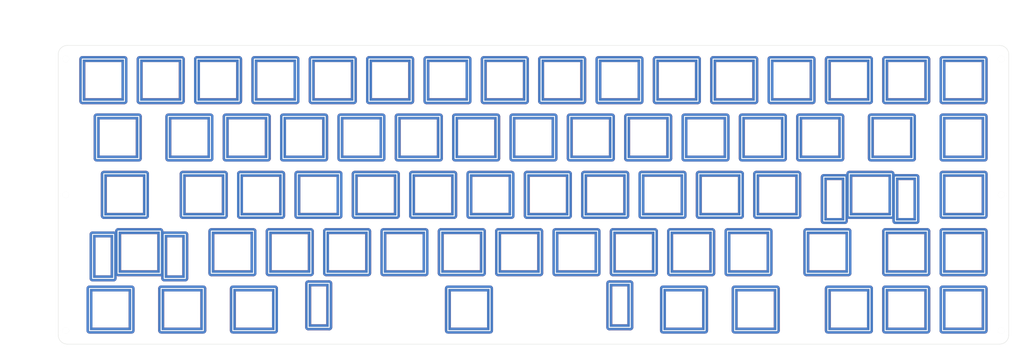
<source format=kicad_pcb>
(kicad_pcb (version 20171130) (host pcbnew "(5.1.5)-3")

  (general
    (thickness 1.6)
    (drawings 52)
    (tracks 0)
    (zones 0)
    (modules 84)
    (nets 1)
  )

  (page A3)
  (layers
    (0 F.Cu signal)
    (31 B.Cu signal)
    (32 B.Adhes user)
    (33 F.Adhes user)
    (34 B.Paste user)
    (35 F.Paste user)
    (36 B.SilkS user)
    (37 F.SilkS user)
    (38 B.Mask user)
    (39 F.Mask user)
    (40 Dwgs.User user)
    (41 Cmts.User user)
    (42 Eco1.User user)
    (43 Eco2.User user)
    (44 Edge.Cuts user)
    (45 Margin user)
    (46 B.CrtYd user)
    (47 F.CrtYd user)
    (48 B.Fab user)
    (49 F.Fab user)
  )

  (setup
    (last_trace_width 0.25)
    (user_trace_width 0.5)
    (user_trace_width 0.5)
    (trace_clearance 0.2)
    (zone_clearance 0.508)
    (zone_45_only no)
    (trace_min 0.2)
    (via_size 0.8)
    (via_drill 0.4)
    (via_min_size 0.4)
    (via_min_drill 0.3)
    (uvia_size 0.3)
    (uvia_drill 0.1)
    (uvias_allowed no)
    (uvia_min_size 0.2)
    (uvia_min_drill 0.1)
    (edge_width 0.1)
    (segment_width 0.2)
    (pcb_text_width 0.3)
    (pcb_text_size 1.5 1.5)
    (mod_edge_width 0.15)
    (mod_text_size 1 1)
    (mod_text_width 0.15)
    (pad_size 2.2 2.2)
    (pad_drill 2.2)
    (pad_to_mask_clearance 0)
    (solder_mask_min_width 0.25)
    (aux_axis_origin 0 0)
    (visible_elements 7FFFFFFF)
    (pcbplotparams
      (layerselection 0x21100_7ffffffe)
      (usegerberextensions true)
      (usegerberattributes false)
      (usegerberadvancedattributes false)
      (creategerberjobfile false)
      (excludeedgelayer true)
      (linewidth 0.100000)
      (plotframeref false)
      (viasonmask false)
      (mode 1)
      (useauxorigin false)
      (hpglpennumber 1)
      (hpglpenspeed 20)
      (hpglpendiameter 15.000000)
      (psnegative false)
      (psa4output false)
      (plotreference true)
      (plotvalue true)
      (plotinvisibletext false)
      (padsonsilk false)
      (subtractmaskfromsilk false)
      (outputformat 4)
      (mirror false)
      (drillshape 0)
      (scaleselection 1)
      (outputdirectory "C:/Users/サリチル酸/Desktop/"))
  )

  (net 0 "")

  (net_class Default "これはデフォルトのネット クラスです。"
    (clearance 0.2)
    (trace_width 0.25)
    (via_dia 0.8)
    (via_drill 0.4)
    (uvia_dia 0.3)
    (uvia_drill 0.1)
  )

  (module kbd_Hole:m2_Screw_Hole_Fab (layer F.Cu) (tedit 60A154F6) (tstamp 60A2FDC4)
    (at 331.825 120.25)
    (descr "Mounting Hole 2.2mm, no annular, M2")
    (tags "mounting hole 2.2mm no annular m2")
    (path /629E70FB)
    (attr virtual)
    (fp_text reference J17 (at 0 -3.2) (layer F.Fab) hide
      (effects (font (size 1 1) (thickness 0.15)))
    )
    (fp_text value Conn_01x01 (at 0 3.2) (layer F.Fab) hide
      (effects (font (size 1 1) (thickness 0.15)))
    )
    (fp_circle (center 0 0) (end 1.1 0) (layer F.Fab) (width 0.01))
    (fp_text user %R (at 0.3 0) (layer F.Fab) hide
      (effects (font (size 1 1) (thickness 0.15)))
    )
  )

  (module kbd_Hole:m2_Screw_Hole_Fab (layer F.Cu) (tedit 60A154F6) (tstamp 60A2FDBE)
    (at 331.825 66.65)
    (descr "Mounting Hole 2.2mm, no annular, M2")
    (tags "mounting hole 2.2mm no annular m2")
    (path /629E70E7)
    (attr virtual)
    (fp_text reference J16 (at 0 -3.2) (layer F.Fab) hide
      (effects (font (size 1 1) (thickness 0.15)))
    )
    (fp_text value Conn_01x01 (at 0 3.2) (layer F.Fab) hide
      (effects (font (size 1 1) (thickness 0.15)))
    )
    (fp_circle (center 0 0) (end 1.1 0) (layer F.Fab) (width 0.01))
    (fp_text user %R (at 0.3 0) (layer F.Fab) hide
      (effects (font (size 1 1) (thickness 0.15)))
    )
  )

  (module kbd_Hole:m2_Screw_Hole_Fab (layer F.Cu) (tedit 60A154F6) (tstamp 60A2FDB8)
    (at 331.825 13.05)
    (descr "Mounting Hole 2.2mm, no annular, M2")
    (tags "mounting hole 2.2mm no annular m2")
    (path /5CC9EE7D)
    (attr virtual)
    (fp_text reference J15 (at 0 -3.2) (layer F.Fab) hide
      (effects (font (size 1 1) (thickness 0.15)))
    )
    (fp_text value Conn_01x01 (at 0 3.2) (layer F.Fab) hide
      (effects (font (size 1 1) (thickness 0.15)))
    )
    (fp_circle (center 0 0) (end 1.1 0) (layer F.Fab) (width 0.01))
    (fp_text user %R (at 0.3 0) (layer F.Fab) hide
      (effects (font (size 1 1) (thickness 0.15)))
    )
  )

  (module kbd_Hole:m2_Screw_Hole_Fab (layer F.Cu) (tedit 60A154F6) (tstamp 60A2FDB2)
    (at 234.325 120.25)
    (descr "Mounting Hole 2.2mm, no annular, M2")
    (tags "mounting hole 2.2mm no annular m2")
    (path /5CC48CD6)
    (attr virtual)
    (fp_text reference J14 (at 0 -3.2) (layer F.Fab) hide
      (effects (font (size 1 1) (thickness 0.15)))
    )
    (fp_text value Conn_01x01 (at 0 3.2) (layer F.Fab) hide
      (effects (font (size 1 1) (thickness 0.15)))
    )
    (fp_circle (center 0 0) (end 1.1 0) (layer F.Fab) (width 0.01))
    (fp_text user %R (at 0.3 0) (layer F.Fab) hide
      (effects (font (size 1 1) (thickness 0.15)))
    )
  )

  (module kbd_Hole:m2_Screw_Hole_Fab (layer F.Cu) (tedit 60A154F6) (tstamp 60A2FDAC)
    (at 108.575 120.25)
    (descr "Mounting Hole 2.2mm, no annular, M2")
    (tags "mounting hole 2.2mm no annular m2")
    (path /629102FD)
    (attr virtual)
    (fp_text reference J13 (at 0 -3.2) (layer F.Fab) hide
      (effects (font (size 1 1) (thickness 0.15)))
    )
    (fp_text value Conn_01x01 (at 0 3.2) (layer F.Fab) hide
      (effects (font (size 1 1) (thickness 0.15)))
    )
    (fp_circle (center 0 0) (end 1.1 0) (layer F.Fab) (width 0.01))
    (fp_text user %R (at 0.3 0) (layer F.Fab) hide
      (effects (font (size 1 1) (thickness 0.15)))
    )
  )

  (module kbd_Hole:m2_Screw_Hole_Fab (layer F.Cu) (tedit 60A154F6) (tstamp 60A2FDA6)
    (at 234.325 13.05)
    (descr "Mounting Hole 2.2mm, no annular, M2")
    (tags "mounting hole 2.2mm no annular m2")
    (path /629102E9)
    (attr virtual)
    (fp_text reference J12 (at 0 -3.2) (layer F.Fab) hide
      (effects (font (size 1 1) (thickness 0.15)))
    )
    (fp_text value Conn_01x01 (at 0 3.2) (layer F.Fab) hide
      (effects (font (size 1 1) (thickness 0.15)))
    )
    (fp_circle (center 0 0) (end 1.1 0) (layer F.Fab) (width 0.01))
    (fp_text user %R (at 0.3 0) (layer F.Fab) hide
      (effects (font (size 1 1) (thickness 0.15)))
    )
  )

  (module kbd_Hole:m2_Screw_Hole_Fab (layer F.Cu) (tedit 60A154F6) (tstamp 60A2FDA0)
    (at 108.575 13.05)
    (descr "Mounting Hole 2.2mm, no annular, M2")
    (tags "mounting hole 2.2mm no annular m2")
    (path /64540392)
    (attr virtual)
    (fp_text reference J11 (at 0 -3.2) (layer F.Fab) hide
      (effects (font (size 1 1) (thickness 0.15)))
    )
    (fp_text value Conn_01x01 (at 0 3.2) (layer F.Fab) hide
      (effects (font (size 1 1) (thickness 0.15)))
    )
    (fp_circle (center 0 0) (end 1.1 0) (layer F.Fab) (width 0.01))
    (fp_text user %R (at 0.3 0) (layer F.Fab) hide
      (effects (font (size 1 1) (thickness 0.15)))
    )
  )

  (module kbd_Hole:m2_Screw_Hole_Fab (layer F.Cu) (tedit 60A154F6) (tstamp 60A2FD9A)
    (at 11.075 120.25)
    (descr "Mounting Hole 2.2mm, no annular, M2")
    (tags "mounting hole 2.2mm no annular m2")
    (path /6454037E)
    (attr virtual)
    (fp_text reference J10 (at 0 -3.2) (layer F.Fab) hide
      (effects (font (size 1 1) (thickness 0.15)))
    )
    (fp_text value Conn_01x01 (at 0 3.2) (layer F.Fab) hide
      (effects (font (size 1 1) (thickness 0.15)))
    )
    (fp_circle (center 0 0) (end 1.1 0) (layer F.Fab) (width 0.01))
    (fp_text user %R (at 0.3 0) (layer F.Fab) hide
      (effects (font (size 1 1) (thickness 0.15)))
    )
  )

  (module kbd_Hole:m2_Screw_Hole_Fab (layer F.Cu) (tedit 60A154F6) (tstamp 60A2FD94)
    (at 11.075 66.65)
    (descr "Mounting Hole 2.2mm, no annular, M2")
    (tags "mounting hole 2.2mm no annular m2")
    (path /629E7105)
    (attr virtual)
    (fp_text reference J9 (at 0 -3.2) (layer F.Fab) hide
      (effects (font (size 1 1) (thickness 0.15)))
    )
    (fp_text value Conn_01x01 (at 0 3.2) (layer F.Fab) hide
      (effects (font (size 1 1) (thickness 0.15)))
    )
    (fp_circle (center 0 0) (end 1.1 0) (layer F.Fab) (width 0.01))
    (fp_text user %R (at 0.3 0) (layer F.Fab) hide
      (effects (font (size 1 1) (thickness 0.15)))
    )
  )

  (module kbd_Hole:m2_Screw_Hole_Fab (layer F.Cu) (tedit 60A154F6) (tstamp 60A2FD8E)
    (at 11.075 13.05)
    (descr "Mounting Hole 2.2mm, no annular, M2")
    (tags "mounting hole 2.2mm no annular m2")
    (path /629E70F1)
    (attr virtual)
    (fp_text reference J8 (at 0 -3.2) (layer F.Fab) hide
      (effects (font (size 1 1) (thickness 0.15)))
    )
    (fp_text value Conn_01x01 (at 0 3.2) (layer F.Fab) hide
      (effects (font (size 1 1) (thickness 0.15)))
    )
    (fp_circle (center 0 0) (end 1.1 0) (layer F.Fab) (width 0.01))
    (fp_text user %R (at 0.3 0) (layer F.Fab) hide
      (effects (font (size 1 1) (thickness 0.15)))
    )
  )

  (module kbd_Hole:m2_Screw_Hole_EdgeCuts (layer F.Cu) (tedit 5DA73E67) (tstamp 60A2FD88)
    (at 326.825 111.75)
    (descr "Mounting Hole 2.2mm, no annular, M2")
    (tags "mounting hole 2.2mm no annular m2")
    (path /5CC9EE92)
    (attr virtual)
    (fp_text reference J7 (at 0 -3.2) (layer F.Fab) hide
      (effects (font (size 1 1) (thickness 0.15)))
    )
    (fp_text value Conn_01x01 (at 0 3.2) (layer F.Fab) hide
      (effects (font (size 1 1) (thickness 0.15)))
    )
    (fp_circle (center 0 0) (end 1.1 0) (layer Edge.Cuts) (width 0.01))
    (fp_text user %R (at 0.3 0) (layer F.Fab) hide
      (effects (font (size 1 1) (thickness 0.15)))
    )
  )

  (module kbd_Hole:m2_Screw_Hole_EdgeCuts (layer F.Cu) (tedit 5DA73E67) (tstamp 60A2FD7C)
    (at 326.825 21.55)
    (descr "Mounting Hole 2.2mm, no annular, M2")
    (tags "mounting hole 2.2mm no annular m2")
    (path /6291030E)
    (attr virtual)
    (fp_text reference J5 (at 0 -3.2) (layer F.Fab) hide
      (effects (font (size 1 1) (thickness 0.15)))
    )
    (fp_text value Conn_01x01 (at 0 3.2) (layer F.Fab) hide
      (effects (font (size 1 1) (thickness 0.15)))
    )
    (fp_circle (center 0 0) (end 1.1 0) (layer Edge.Cuts) (width 0.01))
    (fp_text user %R (at 0.3 0) (layer F.Fab) hide
      (effects (font (size 1 1) (thickness 0.15)))
    )
  )

  (module kbd_Hole:m2_Screw_Hole_EdgeCuts (layer F.Cu) (tedit 5DA73E67) (tstamp 60A2FD76)
    (at 16.075 111.75)
    (descr "Mounting Hole 2.2mm, no annular, M2")
    (tags "mounting hole 2.2mm no annular m2")
    (path /629102F3)
    (attr virtual)
    (fp_text reference J4 (at 0 -3.2) (layer F.Fab) hide
      (effects (font (size 1 1) (thickness 0.15)))
    )
    (fp_text value Conn_01x01 (at 0 3.2) (layer F.Fab) hide
      (effects (font (size 1 1) (thickness 0.15)))
    )
    (fp_circle (center 0 0) (end 1.1 0) (layer Edge.Cuts) (width 0.01))
    (fp_text user %R (at 0.3 0) (layer F.Fab) hide
      (effects (font (size 1 1) (thickness 0.15)))
    )
  )

  (module kbd_Hole:m2_Screw_Hole_EdgeCuts (layer F.Cu) (tedit 5DA73E67) (tstamp 60A2FD70)
    (at 16.075 66.65)
    (descr "Mounting Hole 2.2mm, no annular, M2")
    (tags "mounting hole 2.2mm no annular m2")
    (path /6454039C)
    (attr virtual)
    (fp_text reference J3 (at 0 -3.2) (layer F.Fab) hide
      (effects (font (size 1 1) (thickness 0.15)))
    )
    (fp_text value Conn_01x01 (at 0 3.2) (layer F.Fab) hide
      (effects (font (size 1 1) (thickness 0.15)))
    )
    (fp_circle (center 0 0) (end 1.1 0) (layer Edge.Cuts) (width 0.01))
    (fp_text user %R (at 0.3 0) (layer F.Fab) hide
      (effects (font (size 1 1) (thickness 0.15)))
    )
  )

  (module kbd_Hole:m2_Screw_Hole_EdgeCuts (layer F.Cu) (tedit 5DA73E67) (tstamp 60A2FD6A)
    (at 16.075 21.55)
    (descr "Mounting Hole 2.2mm, no annular, M2")
    (tags "mounting hole 2.2mm no annular m2")
    (path /64540388)
    (attr virtual)
    (fp_text reference J2 (at 0 -3.2) (layer F.Fab) hide
      (effects (font (size 1 1) (thickness 0.15)))
    )
    (fp_text value Conn_01x01 (at 0 3.2) (layer F.Fab) hide
      (effects (font (size 1 1) (thickness 0.15)))
    )
    (fp_circle (center 0 0) (end 1.1 0) (layer Edge.Cuts) (width 0.01))
    (fp_text user %R (at 0.3 0) (layer F.Fab) hide
      (effects (font (size 1 1) (thickness 0.15)))
    )
  )

  (module kbd_Hole:m2_Screw_Hole_EdgeCuts (layer F.Cu) (tedit 5DA73E67) (tstamp 60A2FD82)
    (at 326.825 66.65)
    (descr "Mounting Hole 2.2mm, no annular, M2")
    (tags "mounting hole 2.2mm no annular m2")
    (path /5CC48CEB)
    (attr virtual)
    (fp_text reference J6 (at 0 -3.2) (layer F.Fab) hide
      (effects (font (size 1 1) (thickness 0.15)))
    )
    (fp_text value Conn_01x01 (at 0 3.2) (layer F.Fab) hide
      (effects (font (size 1 1) (thickness 0.15)))
    )
    (fp_circle (center 0 0) (end 1.1 0) (layer Edge.Cuts) (width 0.01))
    (fp_text user %R (at 0.3 0) (layer F.Fab) hide
      (effects (font (size 1 1) (thickness 0.15)))
    )
  )

  (module kbd_SW_Hole:SW_Hole_TH_6.25 (layer F.Cu) (tedit 60C77579) (tstamp 60B41885)
    (at 150.01875 104.775 180)
    (path /5C3DCEFA)
    (fp_text reference SW8 (at 7 8.1) (layer F.SilkS) hide
      (effects (font (size 1 1) (thickness 0.15)))
    )
    (fp_text value SW_PUSH (at -7.4 -8.1) (layer F.Fab) hide
      (effects (font (size 1 1) (thickness 0.15)))
    )
    (fp_line (start 59.53125 9.525) (end 59.53125 -9.525) (layer F.Fab) (width 0.15))
    (fp_line (start -59.53125 9.525) (end 59.53125 9.525) (layer F.Fab) (width 0.15))
    (fp_line (start -59.53125 -9.525) (end -59.53125 9.525) (layer F.Fab) (width 0.15))
    (fp_line (start 59.53125 -9.525) (end -59.53125 -9.525) (layer F.Fab) (width 0.15))
    (fp_line (start -7.1 7.1) (end -7.1 -7.1) (layer Edge.Cuts) (width 0.15))
    (fp_line (start 7.1 7.1) (end -7.1 7.1) (layer Edge.Cuts) (width 0.15))
    (fp_line (start 7.1 -7.1) (end 7.1 7.1) (layer Edge.Cuts) (width 0.15))
    (fp_line (start -7.1 -7.1) (end 7.1 -7.1) (layer Edge.Cuts) (width 0.15))
    (fp_line (start 46.51 -6) (end 46.51 8.8) (layer Edge.Cuts) (width 0.12))
    (fp_line (start 46.51 8.8) (end 53.51 8.8) (layer Edge.Cuts) (width 0.12))
    (fp_line (start 53.51 8.8) (end 53.51 -6) (layer Edge.Cuts) (width 0.12))
    (fp_line (start 53.51 -6) (end 46.51 -6) (layer Edge.Cuts) (width 0.12))
    (fp_line (start -46.51 -6) (end -46.51 8.8) (layer Edge.Cuts) (width 0.12))
    (fp_line (start -46.51 8.8) (end -53.51 8.8) (layer Edge.Cuts) (width 0.12))
    (fp_line (start -53.51 8.8) (end -53.51 -6) (layer Edge.Cuts) (width 0.12))
    (fp_line (start -53.51 -6) (end -46.51 -6) (layer Edge.Cuts) (width 0.12))
    (pad 1 thru_hole oval (at -53.61 1.4 180) (size 2 16.6) (drill oval 0.3 14.9) (layers *.Cu *.Mask))
    (pad 1 thru_hole oval (at -46.61 1.4 180) (size 2 16.6) (drill oval 0.3 14.9) (layers *.Cu *.Mask))
    (pad 1 thru_hole oval (at -50.11 -5.9 270) (size 2 8.8) (drill oval 0.3 7.2) (layers *.Cu *.Mask))
    (pad 1 thru_hole oval (at -50.11 8.7 270) (size 2 8.8) (drill oval 0.3 7.2) (layers *.Cu *.Mask))
    (pad 1 thru_hole oval (at 49.91 8.7 270) (size 2 8.8) (drill oval 0.3 7.2) (layers *.Cu *.Mask))
    (pad 1 thru_hole oval (at -7 0 180) (size 2 15.9) (drill oval 0.3 14.2) (layers *.Cu *.Mask))
    (pad 1 thru_hole oval (at 7 0 180) (size 2 15.9) (drill oval 0.3 14.2) (layers *.Cu *.Mask))
    (pad 1 thru_hole oval (at 0 -7 270) (size 2 15.9) (drill oval 0.3 14.2) (layers *.Cu *.Mask))
    (pad 1 thru_hole oval (at 0 7 270) (size 2 15.9) (drill oval 0.3 14.2) (layers *.Cu *.Mask))
    (pad 1 thru_hole oval (at 53.41 1.4 180) (size 2 16.6) (drill oval 0.3 14.9) (layers *.Cu *.Mask))
    (pad 1 thru_hole oval (at 46.41 1.4 180) (size 2 16.6) (drill oval 0.3 14.9) (layers *.Cu *.Mask))
    (pad 1 thru_hole oval (at 49.91 -5.9 270) (size 2 8.8) (drill oval 0.3 7.2) (layers *.Cu *.Mask))
  )

  (module kbd_SW_Hole:SW_Hole_TH_2.25 (layer F.Cu) (tedit 60C76AB5) (tstamp 60B3BB7B)
    (at 283.36875 66.675)
    (fp_text reference SW4 (at 7 8.1) (layer Edge.Cuts) hide
      (effects (font (size 1 1) (thickness 0.15)))
    )
    (fp_text value KEY_SWITCH (at -7.4 -8.1) (layer F.Fab) hide
      (effects (font (size 1 1) (thickness 0.15)))
    )
    (fp_line (start 21.43125 9.525) (end 21.43125 -9.525) (layer F.Fab) (width 0.15))
    (fp_line (start -21.43125 9.525) (end 21.43125 9.525) (layer F.Fab) (width 0.15))
    (fp_line (start -21.43125 -9.525) (end -21.43125 9.525) (layer F.Fab) (width 0.15))
    (fp_line (start 21.43125 -9.525) (end -21.43125 -9.525) (layer F.Fab) (width 0.15))
    (fp_line (start -7.1 7.1) (end -7.1 -7.1) (layer Edge.Cuts) (width 0.15))
    (fp_line (start 7.1 7.1) (end -7.1 7.1) (layer Edge.Cuts) (width 0.15))
    (fp_line (start 7.1 -7.1) (end 7.1 7.1) (layer Edge.Cuts) (width 0.15))
    (fp_line (start -7.1 -7.1) (end 7.1 -7.1) (layer Edge.Cuts) (width 0.15))
    (fp_line (start 8.4 -6) (end 8.4 8.8) (layer Edge.Cuts) (width 0.12))
    (fp_line (start 8.4 8.8) (end 15.4 8.8) (layer Edge.Cuts) (width 0.12))
    (fp_line (start 15.4 8.8) (end 15.4 -6) (layer Edge.Cuts) (width 0.12))
    (fp_line (start 15.4 -6) (end 8.4 -6) (layer Edge.Cuts) (width 0.12))
    (fp_line (start -8.4 -6) (end -8.4 8.8) (layer Edge.Cuts) (width 0.12))
    (fp_line (start -8.4 8.8) (end -15.4 8.8) (layer Edge.Cuts) (width 0.12))
    (fp_line (start -15.4 8.8) (end -15.4 -6) (layer Edge.Cuts) (width 0.12))
    (fp_line (start -15.4 -6) (end -8.4 -6) (layer Edge.Cuts) (width 0.12))
    (pad 1 thru_hole oval (at -15.5 1.4) (size 2 16.6) (drill oval 0.3 14.9) (layers *.Cu *.Mask))
    (pad 1 thru_hole oval (at -8.5 1.4) (size 2 16.6) (drill oval 0.3 14.9) (layers *.Cu *.Mask))
    (pad 1 thru_hole oval (at -12 -5.9 90) (size 2 8.8) (drill oval 0.3 7.2) (layers *.Cu *.Mask))
    (pad 1 thru_hole oval (at -12 8.7 90) (size 2 8.8) (drill oval 0.3 7.2) (layers *.Cu *.Mask))
    (pad 1 thru_hole oval (at 11.8 8.7 90) (size 2 8.8) (drill oval 0.3 7.2) (layers *.Cu *.Mask))
    (pad 1 thru_hole oval (at -7 0) (size 2 15.9) (drill oval 0.3 14.2) (layers *.Cu *.Mask))
    (pad 1 thru_hole oval (at 7 0) (size 2 15.9) (drill oval 0.3 14.2) (layers *.Cu *.Mask))
    (pad 1 thru_hole oval (at 0 -7 90) (size 2 15.9) (drill oval 0.3 14.2) (layers *.Cu *.Mask))
    (pad 1 thru_hole oval (at 0 7 90) (size 2 15.9) (drill oval 0.3 14.2) (layers *.Cu *.Mask))
    (pad 1 thru_hole oval (at 15.3 1.4) (size 2 16.6) (drill oval 0.3 14.9) (layers *.Cu *.Mask))
    (pad 1 thru_hole oval (at 8.3 1.4) (size 2 16.6) (drill oval 0.3 14.9) (layers *.Cu *.Mask))
    (pad 1 thru_hole oval (at 11.8 -5.9 90) (size 2 8.8) (drill oval 0.3 7.2) (layers *.Cu *.Mask))
  )

  (module kbd_SW_Hole:SW_Hole_TH_2.25 (layer F.Cu) (tedit 60C76AB5) (tstamp 60A290EB)
    (at 40.48125 85.725)
    (fp_text reference SW4 (at 7 8.1) (layer Edge.Cuts) hide
      (effects (font (size 1 1) (thickness 0.15)))
    )
    (fp_text value KEY_SWITCH (at -7.4 -8.1) (layer F.Fab) hide
      (effects (font (size 1 1) (thickness 0.15)))
    )
    (fp_line (start 21.43125 9.525) (end 21.43125 -9.525) (layer F.Fab) (width 0.15))
    (fp_line (start -21.43125 9.525) (end 21.43125 9.525) (layer F.Fab) (width 0.15))
    (fp_line (start -21.43125 -9.525) (end -21.43125 9.525) (layer F.Fab) (width 0.15))
    (fp_line (start 21.43125 -9.525) (end -21.43125 -9.525) (layer F.Fab) (width 0.15))
    (fp_line (start -7.1 7.1) (end -7.1 -7.1) (layer Edge.Cuts) (width 0.15))
    (fp_line (start 7.1 7.1) (end -7.1 7.1) (layer Edge.Cuts) (width 0.15))
    (fp_line (start 7.1 -7.1) (end 7.1 7.1) (layer Edge.Cuts) (width 0.15))
    (fp_line (start -7.1 -7.1) (end 7.1 -7.1) (layer Edge.Cuts) (width 0.15))
    (fp_line (start 8.4 -6) (end 8.4 8.8) (layer Edge.Cuts) (width 0.12))
    (fp_line (start 8.4 8.8) (end 15.4 8.8) (layer Edge.Cuts) (width 0.12))
    (fp_line (start 15.4 8.8) (end 15.4 -6) (layer Edge.Cuts) (width 0.12))
    (fp_line (start 15.4 -6) (end 8.4 -6) (layer Edge.Cuts) (width 0.12))
    (fp_line (start -8.4 -6) (end -8.4 8.8) (layer Edge.Cuts) (width 0.12))
    (fp_line (start -8.4 8.8) (end -15.4 8.8) (layer Edge.Cuts) (width 0.12))
    (fp_line (start -15.4 8.8) (end -15.4 -6) (layer Edge.Cuts) (width 0.12))
    (fp_line (start -15.4 -6) (end -8.4 -6) (layer Edge.Cuts) (width 0.12))
    (pad 1 thru_hole oval (at -15.5 1.4) (size 2 16.6) (drill oval 0.3 14.9) (layers *.Cu *.Mask))
    (pad 1 thru_hole oval (at -8.5 1.4) (size 2 16.6) (drill oval 0.3 14.9) (layers *.Cu *.Mask))
    (pad 1 thru_hole oval (at -12 -5.9 90) (size 2 8.8) (drill oval 0.3 7.2) (layers *.Cu *.Mask))
    (pad 1 thru_hole oval (at -12 8.7 90) (size 2 8.8) (drill oval 0.3 7.2) (layers *.Cu *.Mask))
    (pad 1 thru_hole oval (at 11.8 8.7 90) (size 2 8.8) (drill oval 0.3 7.2) (layers *.Cu *.Mask))
    (pad 1 thru_hole oval (at -7 0) (size 2 15.9) (drill oval 0.3 14.2) (layers *.Cu *.Mask))
    (pad 1 thru_hole oval (at 7 0) (size 2 15.9) (drill oval 0.3 14.2) (layers *.Cu *.Mask))
    (pad 1 thru_hole oval (at 0 -7 90) (size 2 15.9) (drill oval 0.3 14.2) (layers *.Cu *.Mask))
    (pad 1 thru_hole oval (at 0 7 90) (size 2 15.9) (drill oval 0.3 14.2) (layers *.Cu *.Mask))
    (pad 1 thru_hole oval (at 15.3 1.4) (size 2 16.6) (drill oval 0.3 14.9) (layers *.Cu *.Mask))
    (pad 1 thru_hole oval (at 8.3 1.4) (size 2 16.6) (drill oval 0.3 14.9) (layers *.Cu *.Mask))
    (pad 1 thru_hole oval (at 11.8 -5.9 90) (size 2 8.8) (drill oval 0.3 7.2) (layers *.Cu *.Mask))
  )

  (module kbd_SW_Hole:SW_Hole_TH_1.25 (layer F.Cu) (tedit 60C76526) (tstamp 60B3B92F)
    (at 78.58125 104.775)
    (path /5CAAE83E)
    (fp_text reference SW7 (at 7 8.1) (layer F.SilkS) hide
      (effects (font (size 1 1) (thickness 0.15)))
    )
    (fp_text value SW_PUSH (at -7.4 -8.1) (layer F.Fab) hide
      (effects (font (size 1 1) (thickness 0.15)))
    )
    (fp_line (start 7.1 7.1) (end -7.1 7.1) (layer Edge.Cuts) (width 0.12))
    (fp_line (start -7.1 -7.1) (end 7.1 -7.1) (layer Edge.Cuts) (width 0.12))
    (fp_line (start -7.1 7.1) (end -7.1 -7.1) (layer Edge.Cuts) (width 0.12))
    (fp_line (start 7 7) (end -7 7) (layer Edge.Cuts) (width 0.12))
    (fp_line (start 7.1 -7.1) (end 7.1 7.1) (layer Edge.Cuts) (width 0.12))
    (fp_line (start 11.90625 9.525) (end 11.90625 -9.525) (layer F.Fab) (width 0.15))
    (fp_line (start -11.90625 9.525) (end 11.90625 9.525) (layer F.Fab) (width 0.15))
    (fp_line (start -11.90625 -9.525) (end -11.90625 9.525) (layer F.Fab) (width 0.15))
    (fp_line (start 11.90625 -9.525) (end -11.90625 -9.525) (layer F.Fab) (width 0.15))
    (pad 1 thru_hole oval (at 7 0) (size 2 15.9) (drill oval 0.3 14.2) (layers *.Cu *.Mask))
    (pad 1 thru_hole oval (at -7 0) (size 2 15.9) (drill oval 0.3 14.2) (layers *.Cu *.Mask))
    (pad 1 thru_hole oval (at 0 7 90) (size 2 15.9) (drill oval 0.3 14.2) (layers *.Cu *.Mask))
    (pad 1 thru_hole oval (at 0 -7 90) (size 2 15.9) (drill oval 0.3 14.2) (layers *.Cu *.Mask))
  )

  (module kbd_SW_Hole:SW_Hole_TH_1.25 (layer F.Cu) (tedit 60C76526) (tstamp 60A299D0)
    (at 221.45625 104.775)
    (path /5C6AB630)
    (fp_text reference SW5 (at 7 8.1) (layer F.SilkS) hide
      (effects (font (size 1 1) (thickness 0.15)))
    )
    (fp_text value SW_PUSH (at -7.4 -8.1) (layer F.Fab) hide
      (effects (font (size 1 1) (thickness 0.15)))
    )
    (fp_line (start 7.1 7.1) (end -7.1 7.1) (layer Edge.Cuts) (width 0.12))
    (fp_line (start -7.1 -7.1) (end 7.1 -7.1) (layer Edge.Cuts) (width 0.12))
    (fp_line (start -7.1 7.1) (end -7.1 -7.1) (layer Edge.Cuts) (width 0.12))
    (fp_line (start 7 7) (end -7 7) (layer Edge.Cuts) (width 0.12))
    (fp_line (start 7.1 -7.1) (end 7.1 7.1) (layer Edge.Cuts) (width 0.12))
    (fp_line (start 11.90625 9.525) (end 11.90625 -9.525) (layer F.Fab) (width 0.15))
    (fp_line (start -11.90625 9.525) (end 11.90625 9.525) (layer F.Fab) (width 0.15))
    (fp_line (start -11.90625 -9.525) (end -11.90625 9.525) (layer F.Fab) (width 0.15))
    (fp_line (start 11.90625 -9.525) (end -11.90625 -9.525) (layer F.Fab) (width 0.15))
    (pad 1 thru_hole oval (at 7 0) (size 2 15.9) (drill oval 0.3 14.2) (layers *.Cu *.Mask))
    (pad 1 thru_hole oval (at -7 0) (size 2 15.9) (drill oval 0.3 14.2) (layers *.Cu *.Mask))
    (pad 1 thru_hole oval (at 0 7 90) (size 2 15.9) (drill oval 0.3 14.2) (layers *.Cu *.Mask))
    (pad 1 thru_hole oval (at 0 -7 90) (size 2 15.9) (drill oval 0.3 14.2) (layers *.Cu *.Mask))
  )

  (module kbd_SW_Hole:SW_Hole_TH_1.25 (layer F.Cu) (tedit 60C76526) (tstamp 60A299BA)
    (at 245.26875 104.775)
    (path /5C6AB630)
    (fp_text reference SW5 (at 7 8.1) (layer F.SilkS) hide
      (effects (font (size 1 1) (thickness 0.15)))
    )
    (fp_text value SW_PUSH (at -7.4 -8.1) (layer F.Fab) hide
      (effects (font (size 1 1) (thickness 0.15)))
    )
    (fp_line (start 7.1 7.1) (end -7.1 7.1) (layer Edge.Cuts) (width 0.12))
    (fp_line (start -7.1 -7.1) (end 7.1 -7.1) (layer Edge.Cuts) (width 0.12))
    (fp_line (start -7.1 7.1) (end -7.1 -7.1) (layer Edge.Cuts) (width 0.12))
    (fp_line (start 7 7) (end -7 7) (layer Edge.Cuts) (width 0.12))
    (fp_line (start 7.1 -7.1) (end 7.1 7.1) (layer Edge.Cuts) (width 0.12))
    (fp_line (start 11.90625 9.525) (end 11.90625 -9.525) (layer F.Fab) (width 0.15))
    (fp_line (start -11.90625 9.525) (end 11.90625 9.525) (layer F.Fab) (width 0.15))
    (fp_line (start -11.90625 -9.525) (end -11.90625 9.525) (layer F.Fab) (width 0.15))
    (fp_line (start 11.90625 -9.525) (end -11.90625 -9.525) (layer F.Fab) (width 0.15))
    (pad 1 thru_hole oval (at 7 0) (size 2 15.9) (drill oval 0.3 14.2) (layers *.Cu *.Mask))
    (pad 1 thru_hole oval (at -7 0) (size 2 15.9) (drill oval 0.3 14.2) (layers *.Cu *.Mask))
    (pad 1 thru_hole oval (at 0 7 90) (size 2 15.9) (drill oval 0.3 14.2) (layers *.Cu *.Mask))
    (pad 1 thru_hole oval (at 0 -7 90) (size 2 15.9) (drill oval 0.3 14.2) (layers *.Cu *.Mask))
  )

  (module kbd_SW_Hole:SW_Hole_TH_1.25 (layer F.Cu) (tedit 60C76526) (tstamp 60524BCB)
    (at 30.95625 104.775)
    (path /5CAAE83E)
    (fp_text reference SW7 (at 7 8.1) (layer F.SilkS) hide
      (effects (font (size 1 1) (thickness 0.15)))
    )
    (fp_text value SW_PUSH (at -7.4 -8.1) (layer F.Fab) hide
      (effects (font (size 1 1) (thickness 0.15)))
    )
    (fp_line (start 7.1 7.1) (end -7.1 7.1) (layer Edge.Cuts) (width 0.12))
    (fp_line (start -7.1 -7.1) (end 7.1 -7.1) (layer Edge.Cuts) (width 0.12))
    (fp_line (start -7.1 7.1) (end -7.1 -7.1) (layer Edge.Cuts) (width 0.12))
    (fp_line (start 7 7) (end -7 7) (layer Edge.Cuts) (width 0.12))
    (fp_line (start 7.1 -7.1) (end 7.1 7.1) (layer Edge.Cuts) (width 0.12))
    (fp_line (start 11.90625 9.525) (end 11.90625 -9.525) (layer F.Fab) (width 0.15))
    (fp_line (start -11.90625 9.525) (end 11.90625 9.525) (layer F.Fab) (width 0.15))
    (fp_line (start -11.90625 -9.525) (end -11.90625 9.525) (layer F.Fab) (width 0.15))
    (fp_line (start 11.90625 -9.525) (end -11.90625 -9.525) (layer F.Fab) (width 0.15))
    (pad 1 thru_hole oval (at 7 0) (size 2 15.9) (drill oval 0.3 14.2) (layers *.Cu *.Mask))
    (pad 1 thru_hole oval (at -7 0) (size 2 15.9) (drill oval 0.3 14.2) (layers *.Cu *.Mask))
    (pad 1 thru_hole oval (at 0 7 90) (size 2 15.9) (drill oval 0.3 14.2) (layers *.Cu *.Mask))
    (pad 1 thru_hole oval (at 0 -7 90) (size 2 15.9) (drill oval 0.3 14.2) (layers *.Cu *.Mask))
  )

  (module kbd_SW_Hole:SW_Hole_TH_1.25 (layer F.Cu) (tedit 60C76526) (tstamp 5CB90BF3)
    (at 54.76875 104.775)
    (path /5CAAE83E)
    (fp_text reference SW7 (at 7 8.1) (layer F.SilkS) hide
      (effects (font (size 1 1) (thickness 0.15)))
    )
    (fp_text value SW_PUSH (at -7.4 -8.1) (layer F.Fab) hide
      (effects (font (size 1 1) (thickness 0.15)))
    )
    (fp_line (start 7.1 7.1) (end -7.1 7.1) (layer Edge.Cuts) (width 0.12))
    (fp_line (start -7.1 -7.1) (end 7.1 -7.1) (layer Edge.Cuts) (width 0.12))
    (fp_line (start -7.1 7.1) (end -7.1 -7.1) (layer Edge.Cuts) (width 0.12))
    (fp_line (start 7 7) (end -7 7) (layer Edge.Cuts) (width 0.12))
    (fp_line (start 7.1 -7.1) (end 7.1 7.1) (layer Edge.Cuts) (width 0.12))
    (fp_line (start 11.90625 9.525) (end 11.90625 -9.525) (layer F.Fab) (width 0.15))
    (fp_line (start -11.90625 9.525) (end 11.90625 9.525) (layer F.Fab) (width 0.15))
    (fp_line (start -11.90625 -9.525) (end -11.90625 9.525) (layer F.Fab) (width 0.15))
    (fp_line (start 11.90625 -9.525) (end -11.90625 -9.525) (layer F.Fab) (width 0.15))
    (pad 1 thru_hole oval (at 7 0) (size 2 15.9) (drill oval 0.3 14.2) (layers *.Cu *.Mask))
    (pad 1 thru_hole oval (at -7 0) (size 2 15.9) (drill oval 0.3 14.2) (layers *.Cu *.Mask))
    (pad 1 thru_hole oval (at 0 7 90) (size 2 15.9) (drill oval 0.3 14.2) (layers *.Cu *.Mask))
    (pad 1 thru_hole oval (at 0 -7 90) (size 2 15.9) (drill oval 0.3 14.2) (layers *.Cu *.Mask))
  )

  (module kbd_SW_Hole:SW_Hole_TH_1.75 (layer F.Cu) (tedit 60C7658E) (tstamp 60A296AC)
    (at 269.08125 85.725)
    (path /5C3DCEFA)
    (fp_text reference SW8 (at 7 8.1) (layer F.SilkS) hide
      (effects (font (size 1 1) (thickness 0.15)))
    )
    (fp_text value SW_PUSH (at -7.4 -8.1) (layer F.Fab) hide
      (effects (font (size 1 1) (thickness 0.15)))
    )
    (fp_line (start 7.1 7.1) (end -7.1 7.1) (layer Edge.Cuts) (width 0.12))
    (fp_line (start -7.1 -7.1) (end 7.1 -7.1) (layer Edge.Cuts) (width 0.12))
    (fp_line (start -7.1 7.1) (end -7.1 -7.1) (layer Edge.Cuts) (width 0.12))
    (fp_line (start 7 7) (end -7 7) (layer Edge.Cuts) (width 0.12))
    (fp_line (start 7.1 -7.1) (end 7.1 7.1) (layer Edge.Cuts) (width 0.12))
    (fp_line (start 16.66875 9.525) (end 16.66875 -9.525) (layer F.Fab) (width 0.15))
    (fp_line (start -16.66875 9.525) (end 16.66875 9.525) (layer F.Fab) (width 0.15))
    (fp_line (start -16.66875 -9.525) (end -16.66875 9.525) (layer F.Fab) (width 0.15))
    (fp_line (start 16.66875 -9.525) (end -16.66875 -9.525) (layer F.Fab) (width 0.15))
    (pad 1 thru_hole oval (at 7 0) (size 2 15.9) (drill oval 0.3 14.2) (layers *.Cu *.Mask))
    (pad 1 thru_hole oval (at -7 0) (size 2 15.9) (drill oval 0.3 14.2) (layers *.Cu *.Mask))
    (pad 1 thru_hole oval (at 0 7 90) (size 2 15.9) (drill oval 0.3 14.2) (layers *.Cu *.Mask))
    (pad 1 thru_hole oval (at 0 -7 90) (size 2 15.9) (drill oval 0.3 14.2) (layers *.Cu *.Mask))
  )

  (module kbd_SW_Hole:SW_Hole_TH_1.75 (layer F.Cu) (tedit 60C7658E) (tstamp 5CF70F1B)
    (at 35.71875 66.675)
    (path /5CAAE847)
    (fp_text reference SW3 (at 7 8.1) (layer Edge.Cuts) hide
      (effects (font (size 1 1) (thickness 0.15)))
    )
    (fp_text value SW_PUSH (at -7.4 -8.1) (layer F.Fab) hide
      (effects (font (size 1 1) (thickness 0.15)))
    )
    (fp_line (start 7.1 7.1) (end -7.1 7.1) (layer Edge.Cuts) (width 0.12))
    (fp_line (start -7.1 -7.1) (end 7.1 -7.1) (layer Edge.Cuts) (width 0.12))
    (fp_line (start -7.1 7.1) (end -7.1 -7.1) (layer Edge.Cuts) (width 0.12))
    (fp_line (start 7 7) (end -7 7) (layer Edge.Cuts) (width 0.12))
    (fp_line (start 7.1 -7.1) (end 7.1 7.1) (layer Edge.Cuts) (width 0.12))
    (fp_line (start 16.66875 9.525) (end 16.66875 -9.525) (layer F.Fab) (width 0.15))
    (fp_line (start -16.66875 9.525) (end 16.66875 9.525) (layer F.Fab) (width 0.15))
    (fp_line (start -16.66875 -9.525) (end -16.66875 9.525) (layer F.Fab) (width 0.15))
    (fp_line (start 16.66875 -9.525) (end -16.66875 -9.525) (layer F.Fab) (width 0.15))
    (pad 1 thru_hole oval (at 7 0) (size 2 15.9) (drill oval 0.3 14.2) (layers *.Cu *.Mask))
    (pad 1 thru_hole oval (at -7 0) (size 2 15.9) (drill oval 0.3 14.2) (layers *.Cu *.Mask))
    (pad 1 thru_hole oval (at 0 7 90) (size 2 15.9) (drill oval 0.3 14.2) (layers *.Cu *.Mask))
    (pad 1 thru_hole oval (at 0 -7 90) (size 2 15.9) (drill oval 0.3 14.2) (layers *.Cu *.Mask))
  )

  (module kbd_SW_Hole:SW_Hole_TH_1.5 (layer F.Cu) (tedit 60C7655C) (tstamp 60A28FB7)
    (at 33.3375 47.625)
    (fp_text reference SW2 (at 7 8.1) (layer F.SilkS) hide
      (effects (font (size 1 1) (thickness 0.15)))
    )
    (fp_text value KEY_SWITCH (at -7.4 -8.1) (layer F.Fab) hide
      (effects (font (size 1 1) (thickness 0.15)))
    )
    (fp_line (start 7.1 7.1) (end -7.1 7.1) (layer Edge.Cuts) (width 0.12))
    (fp_line (start -7.1 -7.1) (end 7.1 -7.1) (layer Edge.Cuts) (width 0.12))
    (fp_line (start -7.1 7.1) (end -7.1 -7.1) (layer Edge.Cuts) (width 0.12))
    (fp_line (start 7 7) (end -7 7) (layer Edge.Cuts) (width 0.12))
    (fp_line (start 7.1 -7.1) (end 7.1 7.1) (layer Edge.Cuts) (width 0.12))
    (fp_line (start 14.2875 9.525) (end 14.2875 -9.525) (layer F.Fab) (width 0.15))
    (fp_line (start -14.2875 9.525) (end 14.2875 9.525) (layer F.Fab) (width 0.15))
    (fp_line (start -14.2875 -9.525) (end -14.2875 9.525) (layer F.Fab) (width 0.15))
    (fp_line (start 14.2875 -9.525) (end -14.2875 -9.525) (layer F.Fab) (width 0.15))
    (pad 1 thru_hole oval (at 7 0) (size 2 15.9) (drill oval 0.3 14.2) (layers *.Cu *.Mask))
    (pad 1 thru_hole oval (at -7 0) (size 2 15.9) (drill oval 0.3 14.2) (layers *.Cu *.Mask))
    (pad 1 thru_hole oval (at 0 7 90) (size 2 15.9) (drill oval 0.3 14.2) (layers *.Cu *.Mask))
    (pad 1 thru_hole oval (at 0 -7 90) (size 2 15.9) (drill oval 0.3 14.2) (layers *.Cu *.Mask))
  )

  (module kbd_SW_Hole:SW_Hole_TH_1.5 (layer F.Cu) (tedit 60C7655C) (tstamp 60B3BF0C)
    (at 290.5125 47.625)
    (fp_text reference SW2 (at 7 8.1) (layer F.SilkS) hide
      (effects (font (size 1 1) (thickness 0.15)))
    )
    (fp_text value KEY_SWITCH (at -7.4 -8.1) (layer F.Fab) hide
      (effects (font (size 1 1) (thickness 0.15)))
    )
    (fp_line (start 7.1 7.1) (end -7.1 7.1) (layer Edge.Cuts) (width 0.12))
    (fp_line (start -7.1 -7.1) (end 7.1 -7.1) (layer Edge.Cuts) (width 0.12))
    (fp_line (start -7.1 7.1) (end -7.1 -7.1) (layer Edge.Cuts) (width 0.12))
    (fp_line (start 7 7) (end -7 7) (layer Edge.Cuts) (width 0.12))
    (fp_line (start 7.1 -7.1) (end 7.1 7.1) (layer Edge.Cuts) (width 0.12))
    (fp_line (start 14.2875 9.525) (end 14.2875 -9.525) (layer F.Fab) (width 0.15))
    (fp_line (start -14.2875 9.525) (end 14.2875 9.525) (layer F.Fab) (width 0.15))
    (fp_line (start -14.2875 -9.525) (end -14.2875 9.525) (layer F.Fab) (width 0.15))
    (fp_line (start 14.2875 -9.525) (end -14.2875 -9.525) (layer F.Fab) (width 0.15))
    (pad 1 thru_hole oval (at 7 0) (size 2 15.9) (drill oval 0.3 14.2) (layers *.Cu *.Mask))
    (pad 1 thru_hole oval (at -7 0) (size 2 15.9) (drill oval 0.3 14.2) (layers *.Cu *.Mask))
    (pad 1 thru_hole oval (at 0 7 90) (size 2 15.9) (drill oval 0.3 14.2) (layers *.Cu *.Mask))
    (pad 1 thru_hole oval (at 0 -7 90) (size 2 15.9) (drill oval 0.3 14.2) (layers *.Cu *.Mask))
  )

  (module kbd_SW_Hole:SW_Hole_TH (layer F.Cu) (tedit 60C74003) (tstamp 60A2993F)
    (at 295.275 104.775)
    (path /5C3DCEFA)
    (fp_text reference SW8 (at 7 8.1) (layer F.SilkS) hide
      (effects (font (size 1 1) (thickness 0.15)))
    )
    (fp_text value SW_PUSH (at -7.4 -8.1) (layer F.Fab) hide
      (effects (font (size 1 1) (thickness 0.15)))
    )
    (fp_line (start 7.1 7.1) (end -7.1 7.1) (layer Edge.Cuts) (width 0.12))
    (fp_line (start -7.1 -7.1) (end 7.1 -7.1) (layer Edge.Cuts) (width 0.12))
    (fp_line (start -7.1 7.1) (end -7.1 -7.1) (layer Edge.Cuts) (width 0.12))
    (fp_line (start 7 7) (end -7 7) (layer Edge.Cuts) (width 0.12))
    (fp_line (start 7.1 -7.1) (end 7.1 7.1) (layer Edge.Cuts) (width 0.12))
    (fp_line (start 9.525 9.525) (end 9.525 -9.525) (layer F.Fab) (width 0.15))
    (fp_line (start -9.525 9.525) (end 9.525 9.525) (layer F.Fab) (width 0.15))
    (fp_line (start -9.525 -9.525) (end -9.525 9.525) (layer F.Fab) (width 0.15))
    (fp_line (start 9.525 -9.525) (end -9.525 -9.525) (layer F.Fab) (width 0.15))
    (pad 1 thru_hole oval (at 7 0) (size 2 15.9) (drill oval 0.3 14.2) (layers *.Cu *.Mask))
    (pad 1 thru_hole oval (at -7 0) (size 2 15.9) (drill oval 0.3 14.2) (layers *.Cu *.Mask))
    (pad 1 thru_hole oval (at 0 7 90) (size 2 15.9) (drill oval 0.3 14.2) (layers *.Cu *.Mask))
    (pad 1 thru_hole oval (at 0 -7 90) (size 2 15.9) (drill oval 0.3 14.2) (layers *.Cu *.Mask))
  )

  (module kbd_SW_Hole:SW_Hole_TH (layer F.Cu) (tedit 60C74003) (tstamp 60A29934)
    (at 314.325 104.775)
    (path /5C3DCEFA)
    (fp_text reference SW8 (at 7 8.1) (layer F.SilkS) hide
      (effects (font (size 1 1) (thickness 0.15)))
    )
    (fp_text value SW_PUSH (at -7.4 -8.1) (layer F.Fab) hide
      (effects (font (size 1 1) (thickness 0.15)))
    )
    (fp_line (start 7.1 7.1) (end -7.1 7.1) (layer Edge.Cuts) (width 0.12))
    (fp_line (start -7.1 -7.1) (end 7.1 -7.1) (layer Edge.Cuts) (width 0.12))
    (fp_line (start -7.1 7.1) (end -7.1 -7.1) (layer Edge.Cuts) (width 0.12))
    (fp_line (start 7 7) (end -7 7) (layer Edge.Cuts) (width 0.12))
    (fp_line (start 7.1 -7.1) (end 7.1 7.1) (layer Edge.Cuts) (width 0.12))
    (fp_line (start 9.525 9.525) (end 9.525 -9.525) (layer F.Fab) (width 0.15))
    (fp_line (start -9.525 9.525) (end 9.525 9.525) (layer F.Fab) (width 0.15))
    (fp_line (start -9.525 -9.525) (end -9.525 9.525) (layer F.Fab) (width 0.15))
    (fp_line (start 9.525 -9.525) (end -9.525 -9.525) (layer F.Fab) (width 0.15))
    (pad 1 thru_hole oval (at 7 0) (size 2 15.9) (drill oval 0.3 14.2) (layers *.Cu *.Mask))
    (pad 1 thru_hole oval (at -7 0) (size 2 15.9) (drill oval 0.3 14.2) (layers *.Cu *.Mask))
    (pad 1 thru_hole oval (at 0 7 90) (size 2 15.9) (drill oval 0.3 14.2) (layers *.Cu *.Mask))
    (pad 1 thru_hole oval (at 0 -7 90) (size 2 15.9) (drill oval 0.3 14.2) (layers *.Cu *.Mask))
  )

  (module kbd_SW_Hole:SW_Hole_TH (layer F.Cu) (tedit 60C74003) (tstamp 60A29929)
    (at 276.225 104.775)
    (path /5C3DCEFA)
    (fp_text reference SW8 (at 7 8.1) (layer F.SilkS) hide
      (effects (font (size 1 1) (thickness 0.15)))
    )
    (fp_text value SW_PUSH (at -7.4 -8.1) (layer F.Fab) hide
      (effects (font (size 1 1) (thickness 0.15)))
    )
    (fp_line (start 7.1 7.1) (end -7.1 7.1) (layer Edge.Cuts) (width 0.12))
    (fp_line (start -7.1 -7.1) (end 7.1 -7.1) (layer Edge.Cuts) (width 0.12))
    (fp_line (start -7.1 7.1) (end -7.1 -7.1) (layer Edge.Cuts) (width 0.12))
    (fp_line (start 7 7) (end -7 7) (layer Edge.Cuts) (width 0.12))
    (fp_line (start 7.1 -7.1) (end 7.1 7.1) (layer Edge.Cuts) (width 0.12))
    (fp_line (start 9.525 9.525) (end 9.525 -9.525) (layer F.Fab) (width 0.15))
    (fp_line (start -9.525 9.525) (end 9.525 9.525) (layer F.Fab) (width 0.15))
    (fp_line (start -9.525 -9.525) (end -9.525 9.525) (layer F.Fab) (width 0.15))
    (fp_line (start 9.525 -9.525) (end -9.525 -9.525) (layer F.Fab) (width 0.15))
    (pad 1 thru_hole oval (at 7 0) (size 2 15.9) (drill oval 0.3 14.2) (layers *.Cu *.Mask))
    (pad 1 thru_hole oval (at -7 0) (size 2 15.9) (drill oval 0.3 14.2) (layers *.Cu *.Mask))
    (pad 1 thru_hole oval (at 0 7 90) (size 2 15.9) (drill oval 0.3 14.2) (layers *.Cu *.Mask))
    (pad 1 thru_hole oval (at 0 -7 90) (size 2 15.9) (drill oval 0.3 14.2) (layers *.Cu *.Mask))
  )

  (module kbd_SW_Hole:SW_Hole_TH (layer F.Cu) (tedit 60C74003) (tstamp 60A298E0)
    (at 276.225 28.575)
    (path /5C3DCE96)
    (fp_text reference SW4 (at 7 8.1) (layer F.SilkS) hide
      (effects (font (size 1 1) (thickness 0.15)))
    )
    (fp_text value SW_PUSH (at -7.4 -8.1) (layer F.Fab) hide
      (effects (font (size 1 1) (thickness 0.15)))
    )
    (fp_line (start 7.1 7.1) (end -7.1 7.1) (layer Edge.Cuts) (width 0.12))
    (fp_line (start -7.1 -7.1) (end 7.1 -7.1) (layer Edge.Cuts) (width 0.12))
    (fp_line (start -7.1 7.1) (end -7.1 -7.1) (layer Edge.Cuts) (width 0.12))
    (fp_line (start 7 7) (end -7 7) (layer Edge.Cuts) (width 0.12))
    (fp_line (start 7.1 -7.1) (end 7.1 7.1) (layer Edge.Cuts) (width 0.12))
    (fp_line (start 9.525 9.525) (end 9.525 -9.525) (layer F.Fab) (width 0.15))
    (fp_line (start -9.525 9.525) (end 9.525 9.525) (layer F.Fab) (width 0.15))
    (fp_line (start -9.525 -9.525) (end -9.525 9.525) (layer F.Fab) (width 0.15))
    (fp_line (start 9.525 -9.525) (end -9.525 -9.525) (layer F.Fab) (width 0.15))
    (pad 1 thru_hole oval (at 7 0) (size 2 15.9) (drill oval 0.3 14.2) (layers *.Cu *.Mask))
    (pad 1 thru_hole oval (at -7 0) (size 2 15.9) (drill oval 0.3 14.2) (layers *.Cu *.Mask))
    (pad 1 thru_hole oval (at 0 7 90) (size 2 15.9) (drill oval 0.3 14.2) (layers *.Cu *.Mask))
    (pad 1 thru_hole oval (at 0 -7 90) (size 2 15.9) (drill oval 0.3 14.2) (layers *.Cu *.Mask))
  )

  (module kbd_SW_Hole:SW_Hole_TH (layer F.Cu) (tedit 60C74003) (tstamp 60A298D5)
    (at 295.275 28.575)
    (path /5C3DCE96)
    (fp_text reference SW4 (at 7 8.1) (layer F.SilkS) hide
      (effects (font (size 1 1) (thickness 0.15)))
    )
    (fp_text value SW_PUSH (at -7.4 -8.1) (layer F.Fab) hide
      (effects (font (size 1 1) (thickness 0.15)))
    )
    (fp_line (start 7.1 7.1) (end -7.1 7.1) (layer Edge.Cuts) (width 0.12))
    (fp_line (start -7.1 -7.1) (end 7.1 -7.1) (layer Edge.Cuts) (width 0.12))
    (fp_line (start -7.1 7.1) (end -7.1 -7.1) (layer Edge.Cuts) (width 0.12))
    (fp_line (start 7 7) (end -7 7) (layer Edge.Cuts) (width 0.12))
    (fp_line (start 7.1 -7.1) (end 7.1 7.1) (layer Edge.Cuts) (width 0.12))
    (fp_line (start 9.525 9.525) (end 9.525 -9.525) (layer F.Fab) (width 0.15))
    (fp_line (start -9.525 9.525) (end 9.525 9.525) (layer F.Fab) (width 0.15))
    (fp_line (start -9.525 -9.525) (end -9.525 9.525) (layer F.Fab) (width 0.15))
    (fp_line (start 9.525 -9.525) (end -9.525 -9.525) (layer F.Fab) (width 0.15))
    (pad 1 thru_hole oval (at 7 0) (size 2 15.9) (drill oval 0.3 14.2) (layers *.Cu *.Mask))
    (pad 1 thru_hole oval (at -7 0) (size 2 15.9) (drill oval 0.3 14.2) (layers *.Cu *.Mask))
    (pad 1 thru_hole oval (at 0 7 90) (size 2 15.9) (drill oval 0.3 14.2) (layers *.Cu *.Mask))
    (pad 1 thru_hole oval (at 0 -7 90) (size 2 15.9) (drill oval 0.3 14.2) (layers *.Cu *.Mask))
  )

  (module kbd_SW_Hole:SW_Hole_TH (layer F.Cu) (tedit 60C74003) (tstamp 60A29840)
    (at 314.325 66.675)
    (path /5C3DCE96)
    (fp_text reference SW4 (at 7 8.1) (layer F.SilkS) hide
      (effects (font (size 1 1) (thickness 0.15)))
    )
    (fp_text value SW_PUSH (at -7.4 -8.1) (layer F.Fab) hide
      (effects (font (size 1 1) (thickness 0.15)))
    )
    (fp_line (start 7.1 7.1) (end -7.1 7.1) (layer Edge.Cuts) (width 0.12))
    (fp_line (start -7.1 -7.1) (end 7.1 -7.1) (layer Edge.Cuts) (width 0.12))
    (fp_line (start -7.1 7.1) (end -7.1 -7.1) (layer Edge.Cuts) (width 0.12))
    (fp_line (start 7 7) (end -7 7) (layer Edge.Cuts) (width 0.12))
    (fp_line (start 7.1 -7.1) (end 7.1 7.1) (layer Edge.Cuts) (width 0.12))
    (fp_line (start 9.525 9.525) (end 9.525 -9.525) (layer F.Fab) (width 0.15))
    (fp_line (start -9.525 9.525) (end 9.525 9.525) (layer F.Fab) (width 0.15))
    (fp_line (start -9.525 -9.525) (end -9.525 9.525) (layer F.Fab) (width 0.15))
    (fp_line (start 9.525 -9.525) (end -9.525 -9.525) (layer F.Fab) (width 0.15))
    (pad 1 thru_hole oval (at 7 0) (size 2 15.9) (drill oval 0.3 14.2) (layers *.Cu *.Mask))
    (pad 1 thru_hole oval (at -7 0) (size 2 15.9) (drill oval 0.3 14.2) (layers *.Cu *.Mask))
    (pad 1 thru_hole oval (at 0 7 90) (size 2 15.9) (drill oval 0.3 14.2) (layers *.Cu *.Mask))
    (pad 1 thru_hole oval (at 0 -7 90) (size 2 15.9) (drill oval 0.3 14.2) (layers *.Cu *.Mask))
  )

  (module kbd_SW_Hole:SW_Hole_TH (layer F.Cu) (tedit 60C74003) (tstamp 60A29835)
    (at 314.325 47.625)
    (path /5C3DCEFA)
    (fp_text reference SW8 (at 7 8.1) (layer F.SilkS) hide
      (effects (font (size 1 1) (thickness 0.15)))
    )
    (fp_text value SW_PUSH (at -7.4 -8.1) (layer F.Fab) hide
      (effects (font (size 1 1) (thickness 0.15)))
    )
    (fp_line (start 7.1 7.1) (end -7.1 7.1) (layer Edge.Cuts) (width 0.12))
    (fp_line (start -7.1 -7.1) (end 7.1 -7.1) (layer Edge.Cuts) (width 0.12))
    (fp_line (start -7.1 7.1) (end -7.1 -7.1) (layer Edge.Cuts) (width 0.12))
    (fp_line (start 7 7) (end -7 7) (layer Edge.Cuts) (width 0.12))
    (fp_line (start 7.1 -7.1) (end 7.1 7.1) (layer Edge.Cuts) (width 0.12))
    (fp_line (start 9.525 9.525) (end 9.525 -9.525) (layer F.Fab) (width 0.15))
    (fp_line (start -9.525 9.525) (end 9.525 9.525) (layer F.Fab) (width 0.15))
    (fp_line (start -9.525 -9.525) (end -9.525 9.525) (layer F.Fab) (width 0.15))
    (fp_line (start 9.525 -9.525) (end -9.525 -9.525) (layer F.Fab) (width 0.15))
    (pad 1 thru_hole oval (at 7 0) (size 2 15.9) (drill oval 0.3 14.2) (layers *.Cu *.Mask))
    (pad 1 thru_hole oval (at -7 0) (size 2 15.9) (drill oval 0.3 14.2) (layers *.Cu *.Mask))
    (pad 1 thru_hole oval (at 0 7 90) (size 2 15.9) (drill oval 0.3 14.2) (layers *.Cu *.Mask))
    (pad 1 thru_hole oval (at 0 -7 90) (size 2 15.9) (drill oval 0.3 14.2) (layers *.Cu *.Mask))
  )

  (module kbd_SW_Hole:SW_Hole_TH (layer F.Cu) (tedit 60C74003) (tstamp 60A2982A)
    (at 314.325 28.575)
    (path /5C3DCE96)
    (fp_text reference SW4 (at 7 8.1) (layer F.SilkS) hide
      (effects (font (size 1 1) (thickness 0.15)))
    )
    (fp_text value SW_PUSH (at -7.4 -8.1) (layer F.Fab) hide
      (effects (font (size 1 1) (thickness 0.15)))
    )
    (fp_line (start 7.1 7.1) (end -7.1 7.1) (layer Edge.Cuts) (width 0.12))
    (fp_line (start -7.1 -7.1) (end 7.1 -7.1) (layer Edge.Cuts) (width 0.12))
    (fp_line (start -7.1 7.1) (end -7.1 -7.1) (layer Edge.Cuts) (width 0.12))
    (fp_line (start 7 7) (end -7 7) (layer Edge.Cuts) (width 0.12))
    (fp_line (start 7.1 -7.1) (end 7.1 7.1) (layer Edge.Cuts) (width 0.12))
    (fp_line (start 9.525 9.525) (end 9.525 -9.525) (layer F.Fab) (width 0.15))
    (fp_line (start -9.525 9.525) (end 9.525 9.525) (layer F.Fab) (width 0.15))
    (fp_line (start -9.525 -9.525) (end -9.525 9.525) (layer F.Fab) (width 0.15))
    (fp_line (start 9.525 -9.525) (end -9.525 -9.525) (layer F.Fab) (width 0.15))
    (pad 1 thru_hole oval (at 7 0) (size 2 15.9) (drill oval 0.3 14.2) (layers *.Cu *.Mask))
    (pad 1 thru_hole oval (at -7 0) (size 2 15.9) (drill oval 0.3 14.2) (layers *.Cu *.Mask))
    (pad 1 thru_hole oval (at 0 7 90) (size 2 15.9) (drill oval 0.3 14.2) (layers *.Cu *.Mask))
    (pad 1 thru_hole oval (at 0 -7 90) (size 2 15.9) (drill oval 0.3 14.2) (layers *.Cu *.Mask))
  )

  (module kbd_SW_Hole:SW_Hole_TH (layer F.Cu) (tedit 60C74003) (tstamp 60A2981F)
    (at 314.325 85.725)
    (path /5C3DCEFA)
    (fp_text reference SW8 (at 7 8.1) (layer F.SilkS) hide
      (effects (font (size 1 1) (thickness 0.15)))
    )
    (fp_text value SW_PUSH (at -7.4 -8.1) (layer F.Fab) hide
      (effects (font (size 1 1) (thickness 0.15)))
    )
    (fp_line (start 7.1 7.1) (end -7.1 7.1) (layer Edge.Cuts) (width 0.12))
    (fp_line (start -7.1 -7.1) (end 7.1 -7.1) (layer Edge.Cuts) (width 0.12))
    (fp_line (start -7.1 7.1) (end -7.1 -7.1) (layer Edge.Cuts) (width 0.12))
    (fp_line (start 7 7) (end -7 7) (layer Edge.Cuts) (width 0.12))
    (fp_line (start 7.1 -7.1) (end 7.1 7.1) (layer Edge.Cuts) (width 0.12))
    (fp_line (start 9.525 9.525) (end 9.525 -9.525) (layer F.Fab) (width 0.15))
    (fp_line (start -9.525 9.525) (end 9.525 9.525) (layer F.Fab) (width 0.15))
    (fp_line (start -9.525 -9.525) (end -9.525 9.525) (layer F.Fab) (width 0.15))
    (fp_line (start 9.525 -9.525) (end -9.525 -9.525) (layer F.Fab) (width 0.15))
    (pad 1 thru_hole oval (at 7 0) (size 2 15.9) (drill oval 0.3 14.2) (layers *.Cu *.Mask))
    (pad 1 thru_hole oval (at -7 0) (size 2 15.9) (drill oval 0.3 14.2) (layers *.Cu *.Mask))
    (pad 1 thru_hole oval (at 0 7 90) (size 2 15.9) (drill oval 0.3 14.2) (layers *.Cu *.Mask))
    (pad 1 thru_hole oval (at 0 -7 90) (size 2 15.9) (drill oval 0.3 14.2) (layers *.Cu *.Mask))
  )

  (module kbd_SW_Hole:SW_Hole_TH (layer F.Cu) (tedit 60C74003) (tstamp 60A29725)
    (at 266.7 47.625)
    (path /5C3DCEFA)
    (fp_text reference SW8 (at 7 8.1) (layer F.SilkS) hide
      (effects (font (size 1 1) (thickness 0.15)))
    )
    (fp_text value SW_PUSH (at -7.4 -8.1) (layer F.Fab) hide
      (effects (font (size 1 1) (thickness 0.15)))
    )
    (fp_line (start 7.1 7.1) (end -7.1 7.1) (layer Edge.Cuts) (width 0.12))
    (fp_line (start -7.1 -7.1) (end 7.1 -7.1) (layer Edge.Cuts) (width 0.12))
    (fp_line (start -7.1 7.1) (end -7.1 -7.1) (layer Edge.Cuts) (width 0.12))
    (fp_line (start 7 7) (end -7 7) (layer Edge.Cuts) (width 0.12))
    (fp_line (start 7.1 -7.1) (end 7.1 7.1) (layer Edge.Cuts) (width 0.12))
    (fp_line (start 9.525 9.525) (end 9.525 -9.525) (layer F.Fab) (width 0.15))
    (fp_line (start -9.525 9.525) (end 9.525 9.525) (layer F.Fab) (width 0.15))
    (fp_line (start -9.525 -9.525) (end -9.525 9.525) (layer F.Fab) (width 0.15))
    (fp_line (start 9.525 -9.525) (end -9.525 -9.525) (layer F.Fab) (width 0.15))
    (pad 1 thru_hole oval (at 7 0) (size 2 15.9) (drill oval 0.3 14.2) (layers *.Cu *.Mask))
    (pad 1 thru_hole oval (at -7 0) (size 2 15.9) (drill oval 0.3 14.2) (layers *.Cu *.Mask))
    (pad 1 thru_hole oval (at 0 7 90) (size 2 15.9) (drill oval 0.3 14.2) (layers *.Cu *.Mask))
    (pad 1 thru_hole oval (at 0 -7 90) (size 2 15.9) (drill oval 0.3 14.2) (layers *.Cu *.Mask))
  )

  (module kbd_SW_Hole:SW_Hole_TH (layer F.Cu) (tedit 60C74003) (tstamp 60A2971A)
    (at 252.4125 66.675)
    (path /5C3DCE96)
    (fp_text reference SW4 (at 7 8.1) (layer F.SilkS) hide
      (effects (font (size 1 1) (thickness 0.15)))
    )
    (fp_text value SW_PUSH (at -7.4 -8.1) (layer F.Fab) hide
      (effects (font (size 1 1) (thickness 0.15)))
    )
    (fp_line (start 7.1 7.1) (end -7.1 7.1) (layer Edge.Cuts) (width 0.12))
    (fp_line (start -7.1 -7.1) (end 7.1 -7.1) (layer Edge.Cuts) (width 0.12))
    (fp_line (start -7.1 7.1) (end -7.1 -7.1) (layer Edge.Cuts) (width 0.12))
    (fp_line (start 7 7) (end -7 7) (layer Edge.Cuts) (width 0.12))
    (fp_line (start 7.1 -7.1) (end 7.1 7.1) (layer Edge.Cuts) (width 0.12))
    (fp_line (start 9.525 9.525) (end 9.525 -9.525) (layer F.Fab) (width 0.15))
    (fp_line (start -9.525 9.525) (end 9.525 9.525) (layer F.Fab) (width 0.15))
    (fp_line (start -9.525 -9.525) (end -9.525 9.525) (layer F.Fab) (width 0.15))
    (fp_line (start 9.525 -9.525) (end -9.525 -9.525) (layer F.Fab) (width 0.15))
    (pad 1 thru_hole oval (at 7 0) (size 2 15.9) (drill oval 0.3 14.2) (layers *.Cu *.Mask))
    (pad 1 thru_hole oval (at -7 0) (size 2 15.9) (drill oval 0.3 14.2) (layers *.Cu *.Mask))
    (pad 1 thru_hole oval (at 0 7 90) (size 2 15.9) (drill oval 0.3 14.2) (layers *.Cu *.Mask))
    (pad 1 thru_hole oval (at 0 -7 90) (size 2 15.9) (drill oval 0.3 14.2) (layers *.Cu *.Mask))
  )

  (module kbd_SW_Hole:SW_Hole_TH (layer F.Cu) (tedit 60C74003) (tstamp 60A2970F)
    (at 219.075 28.575)
    (path /5C3DCE96)
    (fp_text reference SW4 (at 7 8.1) (layer F.SilkS) hide
      (effects (font (size 1 1) (thickness 0.15)))
    )
    (fp_text value SW_PUSH (at -7.4 -8.1) (layer F.Fab) hide
      (effects (font (size 1 1) (thickness 0.15)))
    )
    (fp_line (start 7.1 7.1) (end -7.1 7.1) (layer Edge.Cuts) (width 0.12))
    (fp_line (start -7.1 -7.1) (end 7.1 -7.1) (layer Edge.Cuts) (width 0.12))
    (fp_line (start -7.1 7.1) (end -7.1 -7.1) (layer Edge.Cuts) (width 0.12))
    (fp_line (start 7 7) (end -7 7) (layer Edge.Cuts) (width 0.12))
    (fp_line (start 7.1 -7.1) (end 7.1 7.1) (layer Edge.Cuts) (width 0.12))
    (fp_line (start 9.525 9.525) (end 9.525 -9.525) (layer F.Fab) (width 0.15))
    (fp_line (start -9.525 9.525) (end 9.525 9.525) (layer F.Fab) (width 0.15))
    (fp_line (start -9.525 -9.525) (end -9.525 9.525) (layer F.Fab) (width 0.15))
    (fp_line (start 9.525 -9.525) (end -9.525 -9.525) (layer F.Fab) (width 0.15))
    (pad 1 thru_hole oval (at 7 0) (size 2 15.9) (drill oval 0.3 14.2) (layers *.Cu *.Mask))
    (pad 1 thru_hole oval (at -7 0) (size 2 15.9) (drill oval 0.3 14.2) (layers *.Cu *.Mask))
    (pad 1 thru_hole oval (at 0 7 90) (size 2 15.9) (drill oval 0.3 14.2) (layers *.Cu *.Mask))
    (pad 1 thru_hole oval (at 0 -7 90) (size 2 15.9) (drill oval 0.3 14.2) (layers *.Cu *.Mask))
  )

  (module kbd_SW_Hole:SW_Hole_TH (layer F.Cu) (tedit 60C74003) (tstamp 60A29704)
    (at 257.175 28.575)
    (path /5C3DCE96)
    (fp_text reference SW4 (at 7 8.1) (layer F.SilkS) hide
      (effects (font (size 1 1) (thickness 0.15)))
    )
    (fp_text value SW_PUSH (at -7.4 -8.1) (layer F.Fab) hide
      (effects (font (size 1 1) (thickness 0.15)))
    )
    (fp_line (start 7.1 7.1) (end -7.1 7.1) (layer Edge.Cuts) (width 0.12))
    (fp_line (start -7.1 -7.1) (end 7.1 -7.1) (layer Edge.Cuts) (width 0.12))
    (fp_line (start -7.1 7.1) (end -7.1 -7.1) (layer Edge.Cuts) (width 0.12))
    (fp_line (start 7 7) (end -7 7) (layer Edge.Cuts) (width 0.12))
    (fp_line (start 7.1 -7.1) (end 7.1 7.1) (layer Edge.Cuts) (width 0.12))
    (fp_line (start 9.525 9.525) (end 9.525 -9.525) (layer F.Fab) (width 0.15))
    (fp_line (start -9.525 9.525) (end 9.525 9.525) (layer F.Fab) (width 0.15))
    (fp_line (start -9.525 -9.525) (end -9.525 9.525) (layer F.Fab) (width 0.15))
    (fp_line (start 9.525 -9.525) (end -9.525 -9.525) (layer F.Fab) (width 0.15))
    (pad 1 thru_hole oval (at 7 0) (size 2 15.9) (drill oval 0.3 14.2) (layers *.Cu *.Mask))
    (pad 1 thru_hole oval (at -7 0) (size 2 15.9) (drill oval 0.3 14.2) (layers *.Cu *.Mask))
    (pad 1 thru_hole oval (at 0 7 90) (size 2 15.9) (drill oval 0.3 14.2) (layers *.Cu *.Mask))
    (pad 1 thru_hole oval (at 0 -7 90) (size 2 15.9) (drill oval 0.3 14.2) (layers *.Cu *.Mask))
  )

  (module kbd_SW_Hole:SW_Hole_TH (layer F.Cu) (tedit 60C74003) (tstamp 60A296F9)
    (at 247.65 47.625)
    (path /5C3DCEFA)
    (fp_text reference SW8 (at 7 8.1) (layer F.SilkS) hide
      (effects (font (size 1 1) (thickness 0.15)))
    )
    (fp_text value SW_PUSH (at -7.4 -8.1) (layer F.Fab) hide
      (effects (font (size 1 1) (thickness 0.15)))
    )
    (fp_line (start 7.1 7.1) (end -7.1 7.1) (layer Edge.Cuts) (width 0.12))
    (fp_line (start -7.1 -7.1) (end 7.1 -7.1) (layer Edge.Cuts) (width 0.12))
    (fp_line (start -7.1 7.1) (end -7.1 -7.1) (layer Edge.Cuts) (width 0.12))
    (fp_line (start 7 7) (end -7 7) (layer Edge.Cuts) (width 0.12))
    (fp_line (start 7.1 -7.1) (end 7.1 7.1) (layer Edge.Cuts) (width 0.12))
    (fp_line (start 9.525 9.525) (end 9.525 -9.525) (layer F.Fab) (width 0.15))
    (fp_line (start -9.525 9.525) (end 9.525 9.525) (layer F.Fab) (width 0.15))
    (fp_line (start -9.525 -9.525) (end -9.525 9.525) (layer F.Fab) (width 0.15))
    (fp_line (start 9.525 -9.525) (end -9.525 -9.525) (layer F.Fab) (width 0.15))
    (pad 1 thru_hole oval (at 7 0) (size 2 15.9) (drill oval 0.3 14.2) (layers *.Cu *.Mask))
    (pad 1 thru_hole oval (at -7 0) (size 2 15.9) (drill oval 0.3 14.2) (layers *.Cu *.Mask))
    (pad 1 thru_hole oval (at 0 7 90) (size 2 15.9) (drill oval 0.3 14.2) (layers *.Cu *.Mask))
    (pad 1 thru_hole oval (at 0 -7 90) (size 2 15.9) (drill oval 0.3 14.2) (layers *.Cu *.Mask))
  )

  (module kbd_SW_Hole:SW_Hole_TH (layer F.Cu) (tedit 60C74003) (tstamp 60A296E3)
    (at 233.3625 66.675)
    (path /5C3DCE96)
    (fp_text reference SW4 (at 7 8.1) (layer F.SilkS) hide
      (effects (font (size 1 1) (thickness 0.15)))
    )
    (fp_text value SW_PUSH (at -7.4 -8.1) (layer F.Fab) hide
      (effects (font (size 1 1) (thickness 0.15)))
    )
    (fp_line (start 7.1 7.1) (end -7.1 7.1) (layer Edge.Cuts) (width 0.12))
    (fp_line (start -7.1 -7.1) (end 7.1 -7.1) (layer Edge.Cuts) (width 0.12))
    (fp_line (start -7.1 7.1) (end -7.1 -7.1) (layer Edge.Cuts) (width 0.12))
    (fp_line (start 7 7) (end -7 7) (layer Edge.Cuts) (width 0.12))
    (fp_line (start 7.1 -7.1) (end 7.1 7.1) (layer Edge.Cuts) (width 0.12))
    (fp_line (start 9.525 9.525) (end 9.525 -9.525) (layer F.Fab) (width 0.15))
    (fp_line (start -9.525 9.525) (end 9.525 9.525) (layer F.Fab) (width 0.15))
    (fp_line (start -9.525 -9.525) (end -9.525 9.525) (layer F.Fab) (width 0.15))
    (fp_line (start 9.525 -9.525) (end -9.525 -9.525) (layer F.Fab) (width 0.15))
    (pad 1 thru_hole oval (at 7 0) (size 2 15.9) (drill oval 0.3 14.2) (layers *.Cu *.Mask))
    (pad 1 thru_hole oval (at -7 0) (size 2 15.9) (drill oval 0.3 14.2) (layers *.Cu *.Mask))
    (pad 1 thru_hole oval (at 0 7 90) (size 2 15.9) (drill oval 0.3 14.2) (layers *.Cu *.Mask))
    (pad 1 thru_hole oval (at 0 -7 90) (size 2 15.9) (drill oval 0.3 14.2) (layers *.Cu *.Mask))
  )

  (module kbd_SW_Hole:SW_Hole_TH (layer F.Cu) (tedit 60C74003) (tstamp 60A296D8)
    (at 228.6 47.625)
    (path /5C3DCEFA)
    (fp_text reference SW8 (at 7 8.1) (layer F.SilkS) hide
      (effects (font (size 1 1) (thickness 0.15)))
    )
    (fp_text value SW_PUSH (at -7.4 -8.1) (layer F.Fab) hide
      (effects (font (size 1 1) (thickness 0.15)))
    )
    (fp_line (start 7.1 7.1) (end -7.1 7.1) (layer Edge.Cuts) (width 0.12))
    (fp_line (start -7.1 -7.1) (end 7.1 -7.1) (layer Edge.Cuts) (width 0.12))
    (fp_line (start -7.1 7.1) (end -7.1 -7.1) (layer Edge.Cuts) (width 0.12))
    (fp_line (start 7 7) (end -7 7) (layer Edge.Cuts) (width 0.12))
    (fp_line (start 7.1 -7.1) (end 7.1 7.1) (layer Edge.Cuts) (width 0.12))
    (fp_line (start 9.525 9.525) (end 9.525 -9.525) (layer F.Fab) (width 0.15))
    (fp_line (start -9.525 9.525) (end 9.525 9.525) (layer F.Fab) (width 0.15))
    (fp_line (start -9.525 -9.525) (end -9.525 9.525) (layer F.Fab) (width 0.15))
    (fp_line (start 9.525 -9.525) (end -9.525 -9.525) (layer F.Fab) (width 0.15))
    (pad 1 thru_hole oval (at 7 0) (size 2 15.9) (drill oval 0.3 14.2) (layers *.Cu *.Mask))
    (pad 1 thru_hole oval (at -7 0) (size 2 15.9) (drill oval 0.3 14.2) (layers *.Cu *.Mask))
    (pad 1 thru_hole oval (at 0 7 90) (size 2 15.9) (drill oval 0.3 14.2) (layers *.Cu *.Mask))
    (pad 1 thru_hole oval (at 0 -7 90) (size 2 15.9) (drill oval 0.3 14.2) (layers *.Cu *.Mask))
  )

  (module kbd_SW_Hole:SW_Hole_TH (layer F.Cu) (tedit 60C74003) (tstamp 60A296CD)
    (at 242.8875 85.725)
    (path /5C3DCEFA)
    (fp_text reference SW8 (at 7 8.1) (layer F.SilkS) hide
      (effects (font (size 1 1) (thickness 0.15)))
    )
    (fp_text value SW_PUSH (at -7.4 -8.1) (layer F.Fab) hide
      (effects (font (size 1 1) (thickness 0.15)))
    )
    (fp_line (start 7.1 7.1) (end -7.1 7.1) (layer Edge.Cuts) (width 0.12))
    (fp_line (start -7.1 -7.1) (end 7.1 -7.1) (layer Edge.Cuts) (width 0.12))
    (fp_line (start -7.1 7.1) (end -7.1 -7.1) (layer Edge.Cuts) (width 0.12))
    (fp_line (start 7 7) (end -7 7) (layer Edge.Cuts) (width 0.12))
    (fp_line (start 7.1 -7.1) (end 7.1 7.1) (layer Edge.Cuts) (width 0.12))
    (fp_line (start 9.525 9.525) (end 9.525 -9.525) (layer F.Fab) (width 0.15))
    (fp_line (start -9.525 9.525) (end 9.525 9.525) (layer F.Fab) (width 0.15))
    (fp_line (start -9.525 -9.525) (end -9.525 9.525) (layer F.Fab) (width 0.15))
    (fp_line (start 9.525 -9.525) (end -9.525 -9.525) (layer F.Fab) (width 0.15))
    (pad 1 thru_hole oval (at 7 0) (size 2 15.9) (drill oval 0.3 14.2) (layers *.Cu *.Mask))
    (pad 1 thru_hole oval (at -7 0) (size 2 15.9) (drill oval 0.3 14.2) (layers *.Cu *.Mask))
    (pad 1 thru_hole oval (at 0 7 90) (size 2 15.9) (drill oval 0.3 14.2) (layers *.Cu *.Mask))
    (pad 1 thru_hole oval (at 0 -7 90) (size 2 15.9) (drill oval 0.3 14.2) (layers *.Cu *.Mask))
  )

  (module kbd_SW_Hole:SW_Hole_TH (layer F.Cu) (tedit 60C74003) (tstamp 60A296C2)
    (at 238.125 28.575)
    (path /5C3DCE96)
    (fp_text reference SW4 (at 7 8.1) (layer F.SilkS) hide
      (effects (font (size 1 1) (thickness 0.15)))
    )
    (fp_text value SW_PUSH (at -7.4 -8.1) (layer F.Fab) hide
      (effects (font (size 1 1) (thickness 0.15)))
    )
    (fp_line (start 7.1 7.1) (end -7.1 7.1) (layer Edge.Cuts) (width 0.12))
    (fp_line (start -7.1 -7.1) (end 7.1 -7.1) (layer Edge.Cuts) (width 0.12))
    (fp_line (start -7.1 7.1) (end -7.1 -7.1) (layer Edge.Cuts) (width 0.12))
    (fp_line (start 7 7) (end -7 7) (layer Edge.Cuts) (width 0.12))
    (fp_line (start 7.1 -7.1) (end 7.1 7.1) (layer Edge.Cuts) (width 0.12))
    (fp_line (start 9.525 9.525) (end 9.525 -9.525) (layer F.Fab) (width 0.15))
    (fp_line (start -9.525 9.525) (end 9.525 9.525) (layer F.Fab) (width 0.15))
    (fp_line (start -9.525 -9.525) (end -9.525 9.525) (layer F.Fab) (width 0.15))
    (fp_line (start 9.525 -9.525) (end -9.525 -9.525) (layer F.Fab) (width 0.15))
    (pad 1 thru_hole oval (at 7 0) (size 2 15.9) (drill oval 0.3 14.2) (layers *.Cu *.Mask))
    (pad 1 thru_hole oval (at -7 0) (size 2 15.9) (drill oval 0.3 14.2) (layers *.Cu *.Mask))
    (pad 1 thru_hole oval (at 0 7 90) (size 2 15.9) (drill oval 0.3 14.2) (layers *.Cu *.Mask))
    (pad 1 thru_hole oval (at 0 -7 90) (size 2 15.9) (drill oval 0.3 14.2) (layers *.Cu *.Mask))
  )

  (module kbd_SW_Hole:SW_Hole_TH (layer F.Cu) (tedit 60C74003) (tstamp 60A296B7)
    (at 295.275 85.725)
    (path /5C3DCEFA)
    (fp_text reference SW8 (at 7 8.1) (layer F.SilkS) hide
      (effects (font (size 1 1) (thickness 0.15)))
    )
    (fp_text value SW_PUSH (at -7.4 -8.1) (layer F.Fab) hide
      (effects (font (size 1 1) (thickness 0.15)))
    )
    (fp_line (start 7.1 7.1) (end -7.1 7.1) (layer Edge.Cuts) (width 0.12))
    (fp_line (start -7.1 -7.1) (end 7.1 -7.1) (layer Edge.Cuts) (width 0.12))
    (fp_line (start -7.1 7.1) (end -7.1 -7.1) (layer Edge.Cuts) (width 0.12))
    (fp_line (start 7 7) (end -7 7) (layer Edge.Cuts) (width 0.12))
    (fp_line (start 7.1 -7.1) (end 7.1 7.1) (layer Edge.Cuts) (width 0.12))
    (fp_line (start 9.525 9.525) (end 9.525 -9.525) (layer F.Fab) (width 0.15))
    (fp_line (start -9.525 9.525) (end 9.525 9.525) (layer F.Fab) (width 0.15))
    (fp_line (start -9.525 -9.525) (end -9.525 9.525) (layer F.Fab) (width 0.15))
    (fp_line (start 9.525 -9.525) (end -9.525 -9.525) (layer F.Fab) (width 0.15))
    (pad 1 thru_hole oval (at 7 0) (size 2 15.9) (drill oval 0.3 14.2) (layers *.Cu *.Mask))
    (pad 1 thru_hole oval (at -7 0) (size 2 15.9) (drill oval 0.3 14.2) (layers *.Cu *.Mask))
    (pad 1 thru_hole oval (at 0 7 90) (size 2 15.9) (drill oval 0.3 14.2) (layers *.Cu *.Mask))
    (pad 1 thru_hole oval (at 0 -7 90) (size 2 15.9) (drill oval 0.3 14.2) (layers *.Cu *.Mask))
  )

  (module kbd_SW_Hole:SW_Hole_TH (layer F.Cu) (tedit 60C74003) (tstamp 60A2961D)
    (at 190.5 47.625)
    (path /5C3DCEFA)
    (fp_text reference SW8 (at 7 8.1) (layer F.SilkS) hide
      (effects (font (size 1 1) (thickness 0.15)))
    )
    (fp_text value SW_PUSH (at -7.4 -8.1) (layer F.Fab) hide
      (effects (font (size 1 1) (thickness 0.15)))
    )
    (fp_line (start 7.1 7.1) (end -7.1 7.1) (layer Edge.Cuts) (width 0.12))
    (fp_line (start -7.1 -7.1) (end 7.1 -7.1) (layer Edge.Cuts) (width 0.12))
    (fp_line (start -7.1 7.1) (end -7.1 -7.1) (layer Edge.Cuts) (width 0.12))
    (fp_line (start 7 7) (end -7 7) (layer Edge.Cuts) (width 0.12))
    (fp_line (start 7.1 -7.1) (end 7.1 7.1) (layer Edge.Cuts) (width 0.12))
    (fp_line (start 9.525 9.525) (end 9.525 -9.525) (layer F.Fab) (width 0.15))
    (fp_line (start -9.525 9.525) (end 9.525 9.525) (layer F.Fab) (width 0.15))
    (fp_line (start -9.525 -9.525) (end -9.525 9.525) (layer F.Fab) (width 0.15))
    (fp_line (start 9.525 -9.525) (end -9.525 -9.525) (layer F.Fab) (width 0.15))
    (pad 1 thru_hole oval (at 7 0) (size 2 15.9) (drill oval 0.3 14.2) (layers *.Cu *.Mask))
    (pad 1 thru_hole oval (at -7 0) (size 2 15.9) (drill oval 0.3 14.2) (layers *.Cu *.Mask))
    (pad 1 thru_hole oval (at 0 7 90) (size 2 15.9) (drill oval 0.3 14.2) (layers *.Cu *.Mask))
    (pad 1 thru_hole oval (at 0 -7 90) (size 2 15.9) (drill oval 0.3 14.2) (layers *.Cu *.Mask))
  )

  (module kbd_SW_Hole:SW_Hole_TH (layer F.Cu) (tedit 60C74003) (tstamp 60A29612)
    (at 214.3125 66.675)
    (path /5C3DCE96)
    (fp_text reference SW4 (at 7 8.1) (layer F.SilkS) hide
      (effects (font (size 1 1) (thickness 0.15)))
    )
    (fp_text value SW_PUSH (at -7.4 -8.1) (layer F.Fab) hide
      (effects (font (size 1 1) (thickness 0.15)))
    )
    (fp_line (start 7.1 7.1) (end -7.1 7.1) (layer Edge.Cuts) (width 0.12))
    (fp_line (start -7.1 -7.1) (end 7.1 -7.1) (layer Edge.Cuts) (width 0.12))
    (fp_line (start -7.1 7.1) (end -7.1 -7.1) (layer Edge.Cuts) (width 0.12))
    (fp_line (start 7 7) (end -7 7) (layer Edge.Cuts) (width 0.12))
    (fp_line (start 7.1 -7.1) (end 7.1 7.1) (layer Edge.Cuts) (width 0.12))
    (fp_line (start 9.525 9.525) (end 9.525 -9.525) (layer F.Fab) (width 0.15))
    (fp_line (start -9.525 9.525) (end 9.525 9.525) (layer F.Fab) (width 0.15))
    (fp_line (start -9.525 -9.525) (end -9.525 9.525) (layer F.Fab) (width 0.15))
    (fp_line (start 9.525 -9.525) (end -9.525 -9.525) (layer F.Fab) (width 0.15))
    (pad 1 thru_hole oval (at 7 0) (size 2 15.9) (drill oval 0.3 14.2) (layers *.Cu *.Mask))
    (pad 1 thru_hole oval (at -7 0) (size 2 15.9) (drill oval 0.3 14.2) (layers *.Cu *.Mask))
    (pad 1 thru_hole oval (at 0 7 90) (size 2 15.9) (drill oval 0.3 14.2) (layers *.Cu *.Mask))
    (pad 1 thru_hole oval (at 0 -7 90) (size 2 15.9) (drill oval 0.3 14.2) (layers *.Cu *.Mask))
  )

  (module kbd_SW_Hole:SW_Hole_TH (layer F.Cu) (tedit 60C74003) (tstamp 60A29607)
    (at 171.45 47.625)
    (path /5C3DCEFA)
    (fp_text reference SW8 (at 7 8.1) (layer F.SilkS) hide
      (effects (font (size 1 1) (thickness 0.15)))
    )
    (fp_text value SW_PUSH (at -7.4 -8.1) (layer F.Fab) hide
      (effects (font (size 1 1) (thickness 0.15)))
    )
    (fp_line (start 7.1 7.1) (end -7.1 7.1) (layer Edge.Cuts) (width 0.12))
    (fp_line (start -7.1 -7.1) (end 7.1 -7.1) (layer Edge.Cuts) (width 0.12))
    (fp_line (start -7.1 7.1) (end -7.1 -7.1) (layer Edge.Cuts) (width 0.12))
    (fp_line (start 7 7) (end -7 7) (layer Edge.Cuts) (width 0.12))
    (fp_line (start 7.1 -7.1) (end 7.1 7.1) (layer Edge.Cuts) (width 0.12))
    (fp_line (start 9.525 9.525) (end 9.525 -9.525) (layer F.Fab) (width 0.15))
    (fp_line (start -9.525 9.525) (end 9.525 9.525) (layer F.Fab) (width 0.15))
    (fp_line (start -9.525 -9.525) (end -9.525 9.525) (layer F.Fab) (width 0.15))
    (fp_line (start 9.525 -9.525) (end -9.525 -9.525) (layer F.Fab) (width 0.15))
    (pad 1 thru_hole oval (at 7 0) (size 2 15.9) (drill oval 0.3 14.2) (layers *.Cu *.Mask))
    (pad 1 thru_hole oval (at -7 0) (size 2 15.9) (drill oval 0.3 14.2) (layers *.Cu *.Mask))
    (pad 1 thru_hole oval (at 0 7 90) (size 2 15.9) (drill oval 0.3 14.2) (layers *.Cu *.Mask))
    (pad 1 thru_hole oval (at 0 -7 90) (size 2 15.9) (drill oval 0.3 14.2) (layers *.Cu *.Mask))
  )

  (module kbd_SW_Hole:SW_Hole_TH (layer F.Cu) (tedit 60C74003) (tstamp 60A295FC)
    (at 204.7875 85.725)
    (path /5C3DCEFA)
    (fp_text reference SW8 (at 7 8.1) (layer F.SilkS) hide
      (effects (font (size 1 1) (thickness 0.15)))
    )
    (fp_text value SW_PUSH (at -7.4 -8.1) (layer F.Fab) hide
      (effects (font (size 1 1) (thickness 0.15)))
    )
    (fp_line (start 7.1 7.1) (end -7.1 7.1) (layer Edge.Cuts) (width 0.12))
    (fp_line (start -7.1 -7.1) (end 7.1 -7.1) (layer Edge.Cuts) (width 0.12))
    (fp_line (start -7.1 7.1) (end -7.1 -7.1) (layer Edge.Cuts) (width 0.12))
    (fp_line (start 7 7) (end -7 7) (layer Edge.Cuts) (width 0.12))
    (fp_line (start 7.1 -7.1) (end 7.1 7.1) (layer Edge.Cuts) (width 0.12))
    (fp_line (start 9.525 9.525) (end 9.525 -9.525) (layer F.Fab) (width 0.15))
    (fp_line (start -9.525 9.525) (end 9.525 9.525) (layer F.Fab) (width 0.15))
    (fp_line (start -9.525 -9.525) (end -9.525 9.525) (layer F.Fab) (width 0.15))
    (fp_line (start 9.525 -9.525) (end -9.525 -9.525) (layer F.Fab) (width 0.15))
    (pad 1 thru_hole oval (at 7 0) (size 2 15.9) (drill oval 0.3 14.2) (layers *.Cu *.Mask))
    (pad 1 thru_hole oval (at -7 0) (size 2 15.9) (drill oval 0.3 14.2) (layers *.Cu *.Mask))
    (pad 1 thru_hole oval (at 0 7 90) (size 2 15.9) (drill oval 0.3 14.2) (layers *.Cu *.Mask))
    (pad 1 thru_hole oval (at 0 -7 90) (size 2 15.9) (drill oval 0.3 14.2) (layers *.Cu *.Mask))
  )

  (module kbd_SW_Hole:SW_Hole_TH (layer F.Cu) (tedit 60C74003) (tstamp 60A295F1)
    (at 161.925 28.575)
    (path /5C3DCE96)
    (fp_text reference SW4 (at 7 8.1) (layer F.SilkS) hide
      (effects (font (size 1 1) (thickness 0.15)))
    )
    (fp_text value SW_PUSH (at -7.4 -8.1) (layer F.Fab) hide
      (effects (font (size 1 1) (thickness 0.15)))
    )
    (fp_line (start 7.1 7.1) (end -7.1 7.1) (layer Edge.Cuts) (width 0.12))
    (fp_line (start -7.1 -7.1) (end 7.1 -7.1) (layer Edge.Cuts) (width 0.12))
    (fp_line (start -7.1 7.1) (end -7.1 -7.1) (layer Edge.Cuts) (width 0.12))
    (fp_line (start 7 7) (end -7 7) (layer Edge.Cuts) (width 0.12))
    (fp_line (start 7.1 -7.1) (end 7.1 7.1) (layer Edge.Cuts) (width 0.12))
    (fp_line (start 9.525 9.525) (end 9.525 -9.525) (layer F.Fab) (width 0.15))
    (fp_line (start -9.525 9.525) (end 9.525 9.525) (layer F.Fab) (width 0.15))
    (fp_line (start -9.525 -9.525) (end -9.525 9.525) (layer F.Fab) (width 0.15))
    (fp_line (start 9.525 -9.525) (end -9.525 -9.525) (layer F.Fab) (width 0.15))
    (pad 1 thru_hole oval (at 7 0) (size 2 15.9) (drill oval 0.3 14.2) (layers *.Cu *.Mask))
    (pad 1 thru_hole oval (at -7 0) (size 2 15.9) (drill oval 0.3 14.2) (layers *.Cu *.Mask))
    (pad 1 thru_hole oval (at 0 7 90) (size 2 15.9) (drill oval 0.3 14.2) (layers *.Cu *.Mask))
    (pad 1 thru_hole oval (at 0 -7 90) (size 2 15.9) (drill oval 0.3 14.2) (layers *.Cu *.Mask))
  )

  (module kbd_SW_Hole:SW_Hole_TH (layer F.Cu) (tedit 60C74003) (tstamp 60A295E6)
    (at 223.8375 85.725)
    (path /5C3DCEFA)
    (fp_text reference SW8 (at 7 8.1) (layer F.SilkS) hide
      (effects (font (size 1 1) (thickness 0.15)))
    )
    (fp_text value SW_PUSH (at -7.4 -8.1) (layer F.Fab) hide
      (effects (font (size 1 1) (thickness 0.15)))
    )
    (fp_line (start 7.1 7.1) (end -7.1 7.1) (layer Edge.Cuts) (width 0.12))
    (fp_line (start -7.1 -7.1) (end 7.1 -7.1) (layer Edge.Cuts) (width 0.12))
    (fp_line (start -7.1 7.1) (end -7.1 -7.1) (layer Edge.Cuts) (width 0.12))
    (fp_line (start 7 7) (end -7 7) (layer Edge.Cuts) (width 0.12))
    (fp_line (start 7.1 -7.1) (end 7.1 7.1) (layer Edge.Cuts) (width 0.12))
    (fp_line (start 9.525 9.525) (end 9.525 -9.525) (layer F.Fab) (width 0.15))
    (fp_line (start -9.525 9.525) (end 9.525 9.525) (layer F.Fab) (width 0.15))
    (fp_line (start -9.525 -9.525) (end -9.525 9.525) (layer F.Fab) (width 0.15))
    (fp_line (start 9.525 -9.525) (end -9.525 -9.525) (layer F.Fab) (width 0.15))
    (pad 1 thru_hole oval (at 7 0) (size 2 15.9) (drill oval 0.3 14.2) (layers *.Cu *.Mask))
    (pad 1 thru_hole oval (at -7 0) (size 2 15.9) (drill oval 0.3 14.2) (layers *.Cu *.Mask))
    (pad 1 thru_hole oval (at 0 7 90) (size 2 15.9) (drill oval 0.3 14.2) (layers *.Cu *.Mask))
    (pad 1 thru_hole oval (at 0 -7 90) (size 2 15.9) (drill oval 0.3 14.2) (layers *.Cu *.Mask))
  )

  (module kbd_SW_Hole:SW_Hole_TH (layer F.Cu) (tedit 60C74003) (tstamp 60A295DB)
    (at 176.2125 66.675)
    (path /5C3DCE96)
    (fp_text reference SW4 (at 7 8.1) (layer F.SilkS) hide
      (effects (font (size 1 1) (thickness 0.15)))
    )
    (fp_text value SW_PUSH (at -7.4 -8.1) (layer F.Fab) hide
      (effects (font (size 1 1) (thickness 0.15)))
    )
    (fp_line (start 7.1 7.1) (end -7.1 7.1) (layer Edge.Cuts) (width 0.12))
    (fp_line (start -7.1 -7.1) (end 7.1 -7.1) (layer Edge.Cuts) (width 0.12))
    (fp_line (start -7.1 7.1) (end -7.1 -7.1) (layer Edge.Cuts) (width 0.12))
    (fp_line (start 7 7) (end -7 7) (layer Edge.Cuts) (width 0.12))
    (fp_line (start 7.1 -7.1) (end 7.1 7.1) (layer Edge.Cuts) (width 0.12))
    (fp_line (start 9.525 9.525) (end 9.525 -9.525) (layer F.Fab) (width 0.15))
    (fp_line (start -9.525 9.525) (end 9.525 9.525) (layer F.Fab) (width 0.15))
    (fp_line (start -9.525 -9.525) (end -9.525 9.525) (layer F.Fab) (width 0.15))
    (fp_line (start 9.525 -9.525) (end -9.525 -9.525) (layer F.Fab) (width 0.15))
    (pad 1 thru_hole oval (at 7 0) (size 2 15.9) (drill oval 0.3 14.2) (layers *.Cu *.Mask))
    (pad 1 thru_hole oval (at -7 0) (size 2 15.9) (drill oval 0.3 14.2) (layers *.Cu *.Mask))
    (pad 1 thru_hole oval (at 0 7 90) (size 2 15.9) (drill oval 0.3 14.2) (layers *.Cu *.Mask))
    (pad 1 thru_hole oval (at 0 -7 90) (size 2 15.9) (drill oval 0.3 14.2) (layers *.Cu *.Mask))
  )

  (module kbd_SW_Hole:SW_Hole_TH (layer F.Cu) (tedit 60C74003) (tstamp 60A295D0)
    (at 180.975 28.575)
    (path /5C3DCE96)
    (fp_text reference SW4 (at 7 8.1) (layer F.SilkS) hide
      (effects (font (size 1 1) (thickness 0.15)))
    )
    (fp_text value SW_PUSH (at -7.4 -8.1) (layer F.Fab) hide
      (effects (font (size 1 1) (thickness 0.15)))
    )
    (fp_line (start 7.1 7.1) (end -7.1 7.1) (layer Edge.Cuts) (width 0.12))
    (fp_line (start -7.1 -7.1) (end 7.1 -7.1) (layer Edge.Cuts) (width 0.12))
    (fp_line (start -7.1 7.1) (end -7.1 -7.1) (layer Edge.Cuts) (width 0.12))
    (fp_line (start 7 7) (end -7 7) (layer Edge.Cuts) (width 0.12))
    (fp_line (start 7.1 -7.1) (end 7.1 7.1) (layer Edge.Cuts) (width 0.12))
    (fp_line (start 9.525 9.525) (end 9.525 -9.525) (layer F.Fab) (width 0.15))
    (fp_line (start -9.525 9.525) (end 9.525 9.525) (layer F.Fab) (width 0.15))
    (fp_line (start -9.525 -9.525) (end -9.525 9.525) (layer F.Fab) (width 0.15))
    (fp_line (start 9.525 -9.525) (end -9.525 -9.525) (layer F.Fab) (width 0.15))
    (pad 1 thru_hole oval (at 7 0) (size 2 15.9) (drill oval 0.3 14.2) (layers *.Cu *.Mask))
    (pad 1 thru_hole oval (at -7 0) (size 2 15.9) (drill oval 0.3 14.2) (layers *.Cu *.Mask))
    (pad 1 thru_hole oval (at 0 7 90) (size 2 15.9) (drill oval 0.3 14.2) (layers *.Cu *.Mask))
    (pad 1 thru_hole oval (at 0 -7 90) (size 2 15.9) (drill oval 0.3 14.2) (layers *.Cu *.Mask))
  )

  (module kbd_SW_Hole:SW_Hole_TH (layer F.Cu) (tedit 60C74003) (tstamp 60A295C5)
    (at 209.55 47.625)
    (path /5C3DCEFA)
    (fp_text reference SW8 (at 7 8.1) (layer F.SilkS) hide
      (effects (font (size 1 1) (thickness 0.15)))
    )
    (fp_text value SW_PUSH (at -7.4 -8.1) (layer F.Fab) hide
      (effects (font (size 1 1) (thickness 0.15)))
    )
    (fp_line (start 7.1 7.1) (end -7.1 7.1) (layer Edge.Cuts) (width 0.12))
    (fp_line (start -7.1 -7.1) (end 7.1 -7.1) (layer Edge.Cuts) (width 0.12))
    (fp_line (start -7.1 7.1) (end -7.1 -7.1) (layer Edge.Cuts) (width 0.12))
    (fp_line (start 7 7) (end -7 7) (layer Edge.Cuts) (width 0.12))
    (fp_line (start 7.1 -7.1) (end 7.1 7.1) (layer Edge.Cuts) (width 0.12))
    (fp_line (start 9.525 9.525) (end 9.525 -9.525) (layer F.Fab) (width 0.15))
    (fp_line (start -9.525 9.525) (end 9.525 9.525) (layer F.Fab) (width 0.15))
    (fp_line (start -9.525 -9.525) (end -9.525 9.525) (layer F.Fab) (width 0.15))
    (fp_line (start 9.525 -9.525) (end -9.525 -9.525) (layer F.Fab) (width 0.15))
    (pad 1 thru_hole oval (at 7 0) (size 2 15.9) (drill oval 0.3 14.2) (layers *.Cu *.Mask))
    (pad 1 thru_hole oval (at -7 0) (size 2 15.9) (drill oval 0.3 14.2) (layers *.Cu *.Mask))
    (pad 1 thru_hole oval (at 0 7 90) (size 2 15.9) (drill oval 0.3 14.2) (layers *.Cu *.Mask))
    (pad 1 thru_hole oval (at 0 -7 90) (size 2 15.9) (drill oval 0.3 14.2) (layers *.Cu *.Mask))
  )

  (module kbd_SW_Hole:SW_Hole_TH (layer F.Cu) (tedit 60C74003) (tstamp 60A295BA)
    (at 200.025 28.575)
    (path /5C3DCE96)
    (fp_text reference SW4 (at 7 8.1) (layer F.SilkS) hide
      (effects (font (size 1 1) (thickness 0.15)))
    )
    (fp_text value SW_PUSH (at -7.4 -8.1) (layer F.Fab) hide
      (effects (font (size 1 1) (thickness 0.15)))
    )
    (fp_line (start 7.1 7.1) (end -7.1 7.1) (layer Edge.Cuts) (width 0.12))
    (fp_line (start -7.1 -7.1) (end 7.1 -7.1) (layer Edge.Cuts) (width 0.12))
    (fp_line (start -7.1 7.1) (end -7.1 -7.1) (layer Edge.Cuts) (width 0.12))
    (fp_line (start 7 7) (end -7 7) (layer Edge.Cuts) (width 0.12))
    (fp_line (start 7.1 -7.1) (end 7.1 7.1) (layer Edge.Cuts) (width 0.12))
    (fp_line (start 9.525 9.525) (end 9.525 -9.525) (layer F.Fab) (width 0.15))
    (fp_line (start -9.525 9.525) (end 9.525 9.525) (layer F.Fab) (width 0.15))
    (fp_line (start -9.525 -9.525) (end -9.525 9.525) (layer F.Fab) (width 0.15))
    (fp_line (start 9.525 -9.525) (end -9.525 -9.525) (layer F.Fab) (width 0.15))
    (pad 1 thru_hole oval (at 7 0) (size 2 15.9) (drill oval 0.3 14.2) (layers *.Cu *.Mask))
    (pad 1 thru_hole oval (at -7 0) (size 2 15.9) (drill oval 0.3 14.2) (layers *.Cu *.Mask))
    (pad 1 thru_hole oval (at 0 7 90) (size 2 15.9) (drill oval 0.3 14.2) (layers *.Cu *.Mask))
    (pad 1 thru_hole oval (at 0 -7 90) (size 2 15.9) (drill oval 0.3 14.2) (layers *.Cu *.Mask))
  )

  (module kbd_SW_Hole:SW_Hole_TH (layer F.Cu) (tedit 60C74003) (tstamp 60A295AF)
    (at 185.7375 85.725)
    (path /5C3DCEFA)
    (fp_text reference SW8 (at 7 8.1) (layer F.SilkS) hide
      (effects (font (size 1 1) (thickness 0.15)))
    )
    (fp_text value SW_PUSH (at -7.4 -8.1) (layer F.Fab) hide
      (effects (font (size 1 1) (thickness 0.15)))
    )
    (fp_line (start 7.1 7.1) (end -7.1 7.1) (layer Edge.Cuts) (width 0.12))
    (fp_line (start -7.1 -7.1) (end 7.1 -7.1) (layer Edge.Cuts) (width 0.12))
    (fp_line (start -7.1 7.1) (end -7.1 -7.1) (layer Edge.Cuts) (width 0.12))
    (fp_line (start 7 7) (end -7 7) (layer Edge.Cuts) (width 0.12))
    (fp_line (start 7.1 -7.1) (end 7.1 7.1) (layer Edge.Cuts) (width 0.12))
    (fp_line (start 9.525 9.525) (end 9.525 -9.525) (layer F.Fab) (width 0.15))
    (fp_line (start -9.525 9.525) (end 9.525 9.525) (layer F.Fab) (width 0.15))
    (fp_line (start -9.525 -9.525) (end -9.525 9.525) (layer F.Fab) (width 0.15))
    (fp_line (start 9.525 -9.525) (end -9.525 -9.525) (layer F.Fab) (width 0.15))
    (pad 1 thru_hole oval (at 7 0) (size 2 15.9) (drill oval 0.3 14.2) (layers *.Cu *.Mask))
    (pad 1 thru_hole oval (at -7 0) (size 2 15.9) (drill oval 0.3 14.2) (layers *.Cu *.Mask))
    (pad 1 thru_hole oval (at 0 7 90) (size 2 15.9) (drill oval 0.3 14.2) (layers *.Cu *.Mask))
    (pad 1 thru_hole oval (at 0 -7 90) (size 2 15.9) (drill oval 0.3 14.2) (layers *.Cu *.Mask))
  )

  (module kbd_SW_Hole:SW_Hole_TH (layer F.Cu) (tedit 60C74003) (tstamp 60A295A4)
    (at 195.2625 66.675)
    (path /5C3DCE96)
    (fp_text reference SW4 (at 7 8.1) (layer F.SilkS) hide
      (effects (font (size 1 1) (thickness 0.15)))
    )
    (fp_text value SW_PUSH (at -7.4 -8.1) (layer F.Fab) hide
      (effects (font (size 1 1) (thickness 0.15)))
    )
    (fp_line (start 7.1 7.1) (end -7.1 7.1) (layer Edge.Cuts) (width 0.12))
    (fp_line (start -7.1 -7.1) (end 7.1 -7.1) (layer Edge.Cuts) (width 0.12))
    (fp_line (start -7.1 7.1) (end -7.1 -7.1) (layer Edge.Cuts) (width 0.12))
    (fp_line (start 7 7) (end -7 7) (layer Edge.Cuts) (width 0.12))
    (fp_line (start 7.1 -7.1) (end 7.1 7.1) (layer Edge.Cuts) (width 0.12))
    (fp_line (start 9.525 9.525) (end 9.525 -9.525) (layer F.Fab) (width 0.15))
    (fp_line (start -9.525 9.525) (end 9.525 9.525) (layer F.Fab) (width 0.15))
    (fp_line (start -9.525 -9.525) (end -9.525 9.525) (layer F.Fab) (width 0.15))
    (fp_line (start 9.525 -9.525) (end -9.525 -9.525) (layer F.Fab) (width 0.15))
    (pad 1 thru_hole oval (at 7 0) (size 2 15.9) (drill oval 0.3 14.2) (layers *.Cu *.Mask))
    (pad 1 thru_hole oval (at -7 0) (size 2 15.9) (drill oval 0.3 14.2) (layers *.Cu *.Mask))
    (pad 1 thru_hole oval (at 0 7 90) (size 2 15.9) (drill oval 0.3 14.2) (layers *.Cu *.Mask))
    (pad 1 thru_hole oval (at 0 -7 90) (size 2 15.9) (drill oval 0.3 14.2) (layers *.Cu *.Mask))
  )

  (module kbd_SW_Hole:SW_Hole_TH (layer F.Cu) (tedit 60C74003) (tstamp 60A29515)
    (at 142.875 28.575)
    (path /5C3DCE96)
    (fp_text reference SW4 (at 7 8.1) (layer F.SilkS) hide
      (effects (font (size 1 1) (thickness 0.15)))
    )
    (fp_text value SW_PUSH (at -7.4 -8.1) (layer F.Fab) hide
      (effects (font (size 1 1) (thickness 0.15)))
    )
    (fp_line (start 7.1 7.1) (end -7.1 7.1) (layer Edge.Cuts) (width 0.12))
    (fp_line (start -7.1 -7.1) (end 7.1 -7.1) (layer Edge.Cuts) (width 0.12))
    (fp_line (start -7.1 7.1) (end -7.1 -7.1) (layer Edge.Cuts) (width 0.12))
    (fp_line (start 7 7) (end -7 7) (layer Edge.Cuts) (width 0.12))
    (fp_line (start 7.1 -7.1) (end 7.1 7.1) (layer Edge.Cuts) (width 0.12))
    (fp_line (start 9.525 9.525) (end 9.525 -9.525) (layer F.Fab) (width 0.15))
    (fp_line (start -9.525 9.525) (end 9.525 9.525) (layer F.Fab) (width 0.15))
    (fp_line (start -9.525 -9.525) (end -9.525 9.525) (layer F.Fab) (width 0.15))
    (fp_line (start 9.525 -9.525) (end -9.525 -9.525) (layer F.Fab) (width 0.15))
    (pad 1 thru_hole oval (at 7 0) (size 2 15.9) (drill oval 0.3 14.2) (layers *.Cu *.Mask))
    (pad 1 thru_hole oval (at -7 0) (size 2 15.9) (drill oval 0.3 14.2) (layers *.Cu *.Mask))
    (pad 1 thru_hole oval (at 0 7 90) (size 2 15.9) (drill oval 0.3 14.2) (layers *.Cu *.Mask))
    (pad 1 thru_hole oval (at 0 -7 90) (size 2 15.9) (drill oval 0.3 14.2) (layers *.Cu *.Mask))
  )

  (module kbd_SW_Hole:SW_Hole_TH (layer F.Cu) (tedit 60C74003) (tstamp 60A2950A)
    (at 138.1125 66.675)
    (path /5C3DCE96)
    (fp_text reference SW4 (at 7 8.1) (layer F.SilkS) hide
      (effects (font (size 1 1) (thickness 0.15)))
    )
    (fp_text value SW_PUSH (at -7.4 -8.1) (layer F.Fab) hide
      (effects (font (size 1 1) (thickness 0.15)))
    )
    (fp_line (start 7.1 7.1) (end -7.1 7.1) (layer Edge.Cuts) (width 0.12))
    (fp_line (start -7.1 -7.1) (end 7.1 -7.1) (layer Edge.Cuts) (width 0.12))
    (fp_line (start -7.1 7.1) (end -7.1 -7.1) (layer Edge.Cuts) (width 0.12))
    (fp_line (start 7 7) (end -7 7) (layer Edge.Cuts) (width 0.12))
    (fp_line (start 7.1 -7.1) (end 7.1 7.1) (layer Edge.Cuts) (width 0.12))
    (fp_line (start 9.525 9.525) (end 9.525 -9.525) (layer F.Fab) (width 0.15))
    (fp_line (start -9.525 9.525) (end 9.525 9.525) (layer F.Fab) (width 0.15))
    (fp_line (start -9.525 -9.525) (end -9.525 9.525) (layer F.Fab) (width 0.15))
    (fp_line (start 9.525 -9.525) (end -9.525 -9.525) (layer F.Fab) (width 0.15))
    (pad 1 thru_hole oval (at 7 0) (size 2 15.9) (drill oval 0.3 14.2) (layers *.Cu *.Mask))
    (pad 1 thru_hole oval (at -7 0) (size 2 15.9) (drill oval 0.3 14.2) (layers *.Cu *.Mask))
    (pad 1 thru_hole oval (at 0 7 90) (size 2 15.9) (drill oval 0.3 14.2) (layers *.Cu *.Mask))
    (pad 1 thru_hole oval (at 0 -7 90) (size 2 15.9) (drill oval 0.3 14.2) (layers *.Cu *.Mask))
  )

  (module kbd_SW_Hole:SW_Hole_TH (layer F.Cu) (tedit 60C74003) (tstamp 60A294FF)
    (at 128.5875 85.725)
    (path /5C3DCEFA)
    (fp_text reference SW8 (at 7 8.1) (layer F.SilkS) hide
      (effects (font (size 1 1) (thickness 0.15)))
    )
    (fp_text value SW_PUSH (at -7.4 -8.1) (layer F.Fab) hide
      (effects (font (size 1 1) (thickness 0.15)))
    )
    (fp_line (start 7.1 7.1) (end -7.1 7.1) (layer Edge.Cuts) (width 0.12))
    (fp_line (start -7.1 -7.1) (end 7.1 -7.1) (layer Edge.Cuts) (width 0.12))
    (fp_line (start -7.1 7.1) (end -7.1 -7.1) (layer Edge.Cuts) (width 0.12))
    (fp_line (start 7 7) (end -7 7) (layer Edge.Cuts) (width 0.12))
    (fp_line (start 7.1 -7.1) (end 7.1 7.1) (layer Edge.Cuts) (width 0.12))
    (fp_line (start 9.525 9.525) (end 9.525 -9.525) (layer F.Fab) (width 0.15))
    (fp_line (start -9.525 9.525) (end 9.525 9.525) (layer F.Fab) (width 0.15))
    (fp_line (start -9.525 -9.525) (end -9.525 9.525) (layer F.Fab) (width 0.15))
    (fp_line (start 9.525 -9.525) (end -9.525 -9.525) (layer F.Fab) (width 0.15))
    (pad 1 thru_hole oval (at 7 0) (size 2 15.9) (drill oval 0.3 14.2) (layers *.Cu *.Mask))
    (pad 1 thru_hole oval (at -7 0) (size 2 15.9) (drill oval 0.3 14.2) (layers *.Cu *.Mask))
    (pad 1 thru_hole oval (at 0 7 90) (size 2 15.9) (drill oval 0.3 14.2) (layers *.Cu *.Mask))
    (pad 1 thru_hole oval (at 0 -7 90) (size 2 15.9) (drill oval 0.3 14.2) (layers *.Cu *.Mask))
  )

  (module kbd_SW_Hole:SW_Hole_TH (layer F.Cu) (tedit 60C74003) (tstamp 60A294F4)
    (at 123.825 28.575)
    (path /5C3DCE96)
    (fp_text reference SW4 (at 7 8.1) (layer F.SilkS) hide
      (effects (font (size 1 1) (thickness 0.15)))
    )
    (fp_text value SW_PUSH (at -7.4 -8.1) (layer F.Fab) hide
      (effects (font (size 1 1) (thickness 0.15)))
    )
    (fp_line (start 7.1 7.1) (end -7.1 7.1) (layer Edge.Cuts) (width 0.12))
    (fp_line (start -7.1 -7.1) (end 7.1 -7.1) (layer Edge.Cuts) (width 0.12))
    (fp_line (start -7.1 7.1) (end -7.1 -7.1) (layer Edge.Cuts) (width 0.12))
    (fp_line (start 7 7) (end -7 7) (layer Edge.Cuts) (width 0.12))
    (fp_line (start 7.1 -7.1) (end 7.1 7.1) (layer Edge.Cuts) (width 0.12))
    (fp_line (start 9.525 9.525) (end 9.525 -9.525) (layer F.Fab) (width 0.15))
    (fp_line (start -9.525 9.525) (end 9.525 9.525) (layer F.Fab) (width 0.15))
    (fp_line (start -9.525 -9.525) (end -9.525 9.525) (layer F.Fab) (width 0.15))
    (fp_line (start 9.525 -9.525) (end -9.525 -9.525) (layer F.Fab) (width 0.15))
    (pad 1 thru_hole oval (at 7 0) (size 2 15.9) (drill oval 0.3 14.2) (layers *.Cu *.Mask))
    (pad 1 thru_hole oval (at -7 0) (size 2 15.9) (drill oval 0.3 14.2) (layers *.Cu *.Mask))
    (pad 1 thru_hole oval (at 0 7 90) (size 2 15.9) (drill oval 0.3 14.2) (layers *.Cu *.Mask))
    (pad 1 thru_hole oval (at 0 -7 90) (size 2 15.9) (drill oval 0.3 14.2) (layers *.Cu *.Mask))
  )

  (module kbd_SW_Hole:SW_Hole_TH (layer F.Cu) (tedit 60C74003) (tstamp 60A294E9)
    (at 157.1625 66.675)
    (path /5C3DCE96)
    (fp_text reference SW4 (at 7 8.1) (layer F.SilkS) hide
      (effects (font (size 1 1) (thickness 0.15)))
    )
    (fp_text value SW_PUSH (at -7.4 -8.1) (layer F.Fab) hide
      (effects (font (size 1 1) (thickness 0.15)))
    )
    (fp_line (start 7.1 7.1) (end -7.1 7.1) (layer Edge.Cuts) (width 0.12))
    (fp_line (start -7.1 -7.1) (end 7.1 -7.1) (layer Edge.Cuts) (width 0.12))
    (fp_line (start -7.1 7.1) (end -7.1 -7.1) (layer Edge.Cuts) (width 0.12))
    (fp_line (start 7 7) (end -7 7) (layer Edge.Cuts) (width 0.12))
    (fp_line (start 7.1 -7.1) (end 7.1 7.1) (layer Edge.Cuts) (width 0.12))
    (fp_line (start 9.525 9.525) (end 9.525 -9.525) (layer F.Fab) (width 0.15))
    (fp_line (start -9.525 9.525) (end 9.525 9.525) (layer F.Fab) (width 0.15))
    (fp_line (start -9.525 -9.525) (end -9.525 9.525) (layer F.Fab) (width 0.15))
    (fp_line (start 9.525 -9.525) (end -9.525 -9.525) (layer F.Fab) (width 0.15))
    (pad 1 thru_hole oval (at 7 0) (size 2 15.9) (drill oval 0.3 14.2) (layers *.Cu *.Mask))
    (pad 1 thru_hole oval (at -7 0) (size 2 15.9) (drill oval 0.3 14.2) (layers *.Cu *.Mask))
    (pad 1 thru_hole oval (at 0 7 90) (size 2 15.9) (drill oval 0.3 14.2) (layers *.Cu *.Mask))
    (pad 1 thru_hole oval (at 0 -7 90) (size 2 15.9) (drill oval 0.3 14.2) (layers *.Cu *.Mask))
  )

  (module kbd_SW_Hole:SW_Hole_TH (layer F.Cu) (tedit 60C74003) (tstamp 60A294DE)
    (at 152.4 47.625)
    (path /5C3DCEFA)
    (fp_text reference SW8 (at 7 8.1) (layer F.SilkS) hide
      (effects (font (size 1 1) (thickness 0.15)))
    )
    (fp_text value SW_PUSH (at -7.4 -8.1) (layer F.Fab) hide
      (effects (font (size 1 1) (thickness 0.15)))
    )
    (fp_line (start 7.1 7.1) (end -7.1 7.1) (layer Edge.Cuts) (width 0.12))
    (fp_line (start -7.1 -7.1) (end 7.1 -7.1) (layer Edge.Cuts) (width 0.12))
    (fp_line (start -7.1 7.1) (end -7.1 -7.1) (layer Edge.Cuts) (width 0.12))
    (fp_line (start 7 7) (end -7 7) (layer Edge.Cuts) (width 0.12))
    (fp_line (start 7.1 -7.1) (end 7.1 7.1) (layer Edge.Cuts) (width 0.12))
    (fp_line (start 9.525 9.525) (end 9.525 -9.525) (layer F.Fab) (width 0.15))
    (fp_line (start -9.525 9.525) (end 9.525 9.525) (layer F.Fab) (width 0.15))
    (fp_line (start -9.525 -9.525) (end -9.525 9.525) (layer F.Fab) (width 0.15))
    (fp_line (start 9.525 -9.525) (end -9.525 -9.525) (layer F.Fab) (width 0.15))
    (pad 1 thru_hole oval (at 7 0) (size 2 15.9) (drill oval 0.3 14.2) (layers *.Cu *.Mask))
    (pad 1 thru_hole oval (at -7 0) (size 2 15.9) (drill oval 0.3 14.2) (layers *.Cu *.Mask))
    (pad 1 thru_hole oval (at 0 7 90) (size 2 15.9) (drill oval 0.3 14.2) (layers *.Cu *.Mask))
    (pad 1 thru_hole oval (at 0 -7 90) (size 2 15.9) (drill oval 0.3 14.2) (layers *.Cu *.Mask))
  )

  (module kbd_SW_Hole:SW_Hole_TH (layer F.Cu) (tedit 60C74003) (tstamp 60A294D3)
    (at 147.6375 85.725)
    (path /5C3DCEFA)
    (fp_text reference SW8 (at 7 8.1) (layer F.SilkS) hide
      (effects (font (size 1 1) (thickness 0.15)))
    )
    (fp_text value SW_PUSH (at -7.4 -8.1) (layer F.Fab) hide
      (effects (font (size 1 1) (thickness 0.15)))
    )
    (fp_line (start 7.1 7.1) (end -7.1 7.1) (layer Edge.Cuts) (width 0.12))
    (fp_line (start -7.1 -7.1) (end 7.1 -7.1) (layer Edge.Cuts) (width 0.12))
    (fp_line (start -7.1 7.1) (end -7.1 -7.1) (layer Edge.Cuts) (width 0.12))
    (fp_line (start 7 7) (end -7 7) (layer Edge.Cuts) (width 0.12))
    (fp_line (start 7.1 -7.1) (end 7.1 7.1) (layer Edge.Cuts) (width 0.12))
    (fp_line (start 9.525 9.525) (end 9.525 -9.525) (layer F.Fab) (width 0.15))
    (fp_line (start -9.525 9.525) (end 9.525 9.525) (layer F.Fab) (width 0.15))
    (fp_line (start -9.525 -9.525) (end -9.525 9.525) (layer F.Fab) (width 0.15))
    (fp_line (start 9.525 -9.525) (end -9.525 -9.525) (layer F.Fab) (width 0.15))
    (pad 1 thru_hole oval (at 7 0) (size 2 15.9) (drill oval 0.3 14.2) (layers *.Cu *.Mask))
    (pad 1 thru_hole oval (at -7 0) (size 2 15.9) (drill oval 0.3 14.2) (layers *.Cu *.Mask))
    (pad 1 thru_hole oval (at 0 7 90) (size 2 15.9) (drill oval 0.3 14.2) (layers *.Cu *.Mask))
    (pad 1 thru_hole oval (at 0 -7 90) (size 2 15.9) (drill oval 0.3 14.2) (layers *.Cu *.Mask))
  )

  (module kbd_SW_Hole:SW_Hole_TH (layer F.Cu) (tedit 60C74003) (tstamp 60A294C8)
    (at 133.35 47.625)
    (path /5C3DCEFA)
    (fp_text reference SW8 (at 7 8.1) (layer F.SilkS) hide
      (effects (font (size 1 1) (thickness 0.15)))
    )
    (fp_text value SW_PUSH (at -7.4 -8.1) (layer F.Fab) hide
      (effects (font (size 1 1) (thickness 0.15)))
    )
    (fp_line (start 7.1 7.1) (end -7.1 7.1) (layer Edge.Cuts) (width 0.12))
    (fp_line (start -7.1 -7.1) (end 7.1 -7.1) (layer Edge.Cuts) (width 0.12))
    (fp_line (start -7.1 7.1) (end -7.1 -7.1) (layer Edge.Cuts) (width 0.12))
    (fp_line (start 7 7) (end -7 7) (layer Edge.Cuts) (width 0.12))
    (fp_line (start 7.1 -7.1) (end 7.1 7.1) (layer Edge.Cuts) (width 0.12))
    (fp_line (start 9.525 9.525) (end 9.525 -9.525) (layer F.Fab) (width 0.15))
    (fp_line (start -9.525 9.525) (end 9.525 9.525) (layer F.Fab) (width 0.15))
    (fp_line (start -9.525 -9.525) (end -9.525 9.525) (layer F.Fab) (width 0.15))
    (fp_line (start 9.525 -9.525) (end -9.525 -9.525) (layer F.Fab) (width 0.15))
    (pad 1 thru_hole oval (at 7 0) (size 2 15.9) (drill oval 0.3 14.2) (layers *.Cu *.Mask))
    (pad 1 thru_hole oval (at -7 0) (size 2 15.9) (drill oval 0.3 14.2) (layers *.Cu *.Mask))
    (pad 1 thru_hole oval (at 0 7 90) (size 2 15.9) (drill oval 0.3 14.2) (layers *.Cu *.Mask))
    (pad 1 thru_hole oval (at 0 -7 90) (size 2 15.9) (drill oval 0.3 14.2) (layers *.Cu *.Mask))
  )

  (module kbd_SW_Hole:SW_Hole_TH (layer F.Cu) (tedit 60C74003) (tstamp 60A294BD)
    (at 119.0625 66.675)
    (path /5C3DCE96)
    (fp_text reference SW4 (at 7 8.1) (layer F.SilkS) hide
      (effects (font (size 1 1) (thickness 0.15)))
    )
    (fp_text value SW_PUSH (at -7.4 -8.1) (layer F.Fab) hide
      (effects (font (size 1 1) (thickness 0.15)))
    )
    (fp_line (start 7.1 7.1) (end -7.1 7.1) (layer Edge.Cuts) (width 0.12))
    (fp_line (start -7.1 -7.1) (end 7.1 -7.1) (layer Edge.Cuts) (width 0.12))
    (fp_line (start -7.1 7.1) (end -7.1 -7.1) (layer Edge.Cuts) (width 0.12))
    (fp_line (start 7 7) (end -7 7) (layer Edge.Cuts) (width 0.12))
    (fp_line (start 7.1 -7.1) (end 7.1 7.1) (layer Edge.Cuts) (width 0.12))
    (fp_line (start 9.525 9.525) (end 9.525 -9.525) (layer F.Fab) (width 0.15))
    (fp_line (start -9.525 9.525) (end 9.525 9.525) (layer F.Fab) (width 0.15))
    (fp_line (start -9.525 -9.525) (end -9.525 9.525) (layer F.Fab) (width 0.15))
    (fp_line (start 9.525 -9.525) (end -9.525 -9.525) (layer F.Fab) (width 0.15))
    (pad 1 thru_hole oval (at 7 0) (size 2 15.9) (drill oval 0.3 14.2) (layers *.Cu *.Mask))
    (pad 1 thru_hole oval (at -7 0) (size 2 15.9) (drill oval 0.3 14.2) (layers *.Cu *.Mask))
    (pad 1 thru_hole oval (at 0 7 90) (size 2 15.9) (drill oval 0.3 14.2) (layers *.Cu *.Mask))
    (pad 1 thru_hole oval (at 0 -7 90) (size 2 15.9) (drill oval 0.3 14.2) (layers *.Cu *.Mask))
  )

  (module kbd_SW_Hole:SW_Hole_TH (layer F.Cu) (tedit 60C74003) (tstamp 60A294B2)
    (at 166.6875 85.725)
    (path /5C3DCEFA)
    (fp_text reference SW8 (at 7 8.1) (layer F.SilkS) hide
      (effects (font (size 1 1) (thickness 0.15)))
    )
    (fp_text value SW_PUSH (at -7.4 -8.1) (layer F.Fab) hide
      (effects (font (size 1 1) (thickness 0.15)))
    )
    (fp_line (start 7.1 7.1) (end -7.1 7.1) (layer Edge.Cuts) (width 0.12))
    (fp_line (start -7.1 -7.1) (end 7.1 -7.1) (layer Edge.Cuts) (width 0.12))
    (fp_line (start -7.1 7.1) (end -7.1 -7.1) (layer Edge.Cuts) (width 0.12))
    (fp_line (start 7 7) (end -7 7) (layer Edge.Cuts) (width 0.12))
    (fp_line (start 7.1 -7.1) (end 7.1 7.1) (layer Edge.Cuts) (width 0.12))
    (fp_line (start 9.525 9.525) (end 9.525 -9.525) (layer F.Fab) (width 0.15))
    (fp_line (start -9.525 9.525) (end 9.525 9.525) (layer F.Fab) (width 0.15))
    (fp_line (start -9.525 -9.525) (end -9.525 9.525) (layer F.Fab) (width 0.15))
    (fp_line (start 9.525 -9.525) (end -9.525 -9.525) (layer F.Fab) (width 0.15))
    (pad 1 thru_hole oval (at 7 0) (size 2 15.9) (drill oval 0.3 14.2) (layers *.Cu *.Mask))
    (pad 1 thru_hole oval (at -7 0) (size 2 15.9) (drill oval 0.3 14.2) (layers *.Cu *.Mask))
    (pad 1 thru_hole oval (at 0 7 90) (size 2 15.9) (drill oval 0.3 14.2) (layers *.Cu *.Mask))
    (pad 1 thru_hole oval (at 0 -7 90) (size 2 15.9) (drill oval 0.3 14.2) (layers *.Cu *.Mask))
  )

  (module kbd_SW_Hole:SW_Hole_TH (layer F.Cu) (tedit 60C74003) (tstamp 60A294A7)
    (at 104.775 28.575)
    (path /5C3DCE96)
    (fp_text reference SW4 (at 7 8.1) (layer F.SilkS) hide
      (effects (font (size 1 1) (thickness 0.15)))
    )
    (fp_text value SW_PUSH (at -7.4 -8.1) (layer F.Fab) hide
      (effects (font (size 1 1) (thickness 0.15)))
    )
    (fp_line (start 7.1 7.1) (end -7.1 7.1) (layer Edge.Cuts) (width 0.12))
    (fp_line (start -7.1 -7.1) (end 7.1 -7.1) (layer Edge.Cuts) (width 0.12))
    (fp_line (start -7.1 7.1) (end -7.1 -7.1) (layer Edge.Cuts) (width 0.12))
    (fp_line (start 7 7) (end -7 7) (layer Edge.Cuts) (width 0.12))
    (fp_line (start 7.1 -7.1) (end 7.1 7.1) (layer Edge.Cuts) (width 0.12))
    (fp_line (start 9.525 9.525) (end 9.525 -9.525) (layer F.Fab) (width 0.15))
    (fp_line (start -9.525 9.525) (end 9.525 9.525) (layer F.Fab) (width 0.15))
    (fp_line (start -9.525 -9.525) (end -9.525 9.525) (layer F.Fab) (width 0.15))
    (fp_line (start 9.525 -9.525) (end -9.525 -9.525) (layer F.Fab) (width 0.15))
    (pad 1 thru_hole oval (at 7 0) (size 2 15.9) (drill oval 0.3 14.2) (layers *.Cu *.Mask))
    (pad 1 thru_hole oval (at -7 0) (size 2 15.9) (drill oval 0.3 14.2) (layers *.Cu *.Mask))
    (pad 1 thru_hole oval (at 0 7 90) (size 2 15.9) (drill oval 0.3 14.2) (layers *.Cu *.Mask))
    (pad 1 thru_hole oval (at 0 -7 90) (size 2 15.9) (drill oval 0.3 14.2) (layers *.Cu *.Mask))
  )

  (module kbd_SW_Hole:SW_Hole_TH (layer F.Cu) (tedit 60C74003) (tstamp 60A2949C)
    (at 114.3 47.625)
    (path /5C3DCEFA)
    (fp_text reference SW8 (at 7 8.1) (layer F.SilkS) hide
      (effects (font (size 1 1) (thickness 0.15)))
    )
    (fp_text value SW_PUSH (at -7.4 -8.1) (layer F.Fab) hide
      (effects (font (size 1 1) (thickness 0.15)))
    )
    (fp_line (start 7.1 7.1) (end -7.1 7.1) (layer Edge.Cuts) (width 0.12))
    (fp_line (start -7.1 -7.1) (end 7.1 -7.1) (layer Edge.Cuts) (width 0.12))
    (fp_line (start -7.1 7.1) (end -7.1 -7.1) (layer Edge.Cuts) (width 0.12))
    (fp_line (start 7 7) (end -7 7) (layer Edge.Cuts) (width 0.12))
    (fp_line (start 7.1 -7.1) (end 7.1 7.1) (layer Edge.Cuts) (width 0.12))
    (fp_line (start 9.525 9.525) (end 9.525 -9.525) (layer F.Fab) (width 0.15))
    (fp_line (start -9.525 9.525) (end 9.525 9.525) (layer F.Fab) (width 0.15))
    (fp_line (start -9.525 -9.525) (end -9.525 9.525) (layer F.Fab) (width 0.15))
    (fp_line (start 9.525 -9.525) (end -9.525 -9.525) (layer F.Fab) (width 0.15))
    (pad 1 thru_hole oval (at 7 0) (size 2 15.9) (drill oval 0.3 14.2) (layers *.Cu *.Mask))
    (pad 1 thru_hole oval (at -7 0) (size 2 15.9) (drill oval 0.3 14.2) (layers *.Cu *.Mask))
    (pad 1 thru_hole oval (at 0 7 90) (size 2 15.9) (drill oval 0.3 14.2) (layers *.Cu *.Mask))
    (pad 1 thru_hole oval (at 0 -7 90) (size 2 15.9) (drill oval 0.3 14.2) (layers *.Cu *.Mask))
  )

  (module kbd_SW_Hole:SW_Hole_TH (layer F.Cu) (tedit 60C74003) (tstamp 60A2938E)
    (at 100.0125 66.675)
    (path /5C3DCE96)
    (fp_text reference SW4 (at 7 8.1) (layer F.SilkS) hide
      (effects (font (size 1 1) (thickness 0.15)))
    )
    (fp_text value SW_PUSH (at -7.4 -8.1) (layer F.Fab) hide
      (effects (font (size 1 1) (thickness 0.15)))
    )
    (fp_line (start 7.1 7.1) (end -7.1 7.1) (layer Edge.Cuts) (width 0.12))
    (fp_line (start -7.1 -7.1) (end 7.1 -7.1) (layer Edge.Cuts) (width 0.12))
    (fp_line (start -7.1 7.1) (end -7.1 -7.1) (layer Edge.Cuts) (width 0.12))
    (fp_line (start 7 7) (end -7 7) (layer Edge.Cuts) (width 0.12))
    (fp_line (start 7.1 -7.1) (end 7.1 7.1) (layer Edge.Cuts) (width 0.12))
    (fp_line (start 9.525 9.525) (end 9.525 -9.525) (layer F.Fab) (width 0.15))
    (fp_line (start -9.525 9.525) (end 9.525 9.525) (layer F.Fab) (width 0.15))
    (fp_line (start -9.525 -9.525) (end -9.525 9.525) (layer F.Fab) (width 0.15))
    (fp_line (start 9.525 -9.525) (end -9.525 -9.525) (layer F.Fab) (width 0.15))
    (pad 1 thru_hole oval (at 7 0) (size 2 15.9) (drill oval 0.3 14.2) (layers *.Cu *.Mask))
    (pad 1 thru_hole oval (at -7 0) (size 2 15.9) (drill oval 0.3 14.2) (layers *.Cu *.Mask))
    (pad 1 thru_hole oval (at 0 7 90) (size 2 15.9) (drill oval 0.3 14.2) (layers *.Cu *.Mask))
    (pad 1 thru_hole oval (at 0 -7 90) (size 2 15.9) (drill oval 0.3 14.2) (layers *.Cu *.Mask))
  )

  (module kbd_SW_Hole:SW_Hole_TH (layer F.Cu) (tedit 60C74003) (tstamp 60A29383)
    (at 85.725 28.575)
    (path /5C3DCE96)
    (fp_text reference SW4 (at 7 8.1) (layer F.SilkS) hide
      (effects (font (size 1 1) (thickness 0.15)))
    )
    (fp_text value SW_PUSH (at -7.4 -8.1) (layer F.Fab) hide
      (effects (font (size 1 1) (thickness 0.15)))
    )
    (fp_line (start 7.1 7.1) (end -7.1 7.1) (layer Edge.Cuts) (width 0.12))
    (fp_line (start -7.1 -7.1) (end 7.1 -7.1) (layer Edge.Cuts) (width 0.12))
    (fp_line (start -7.1 7.1) (end -7.1 -7.1) (layer Edge.Cuts) (width 0.12))
    (fp_line (start 7 7) (end -7 7) (layer Edge.Cuts) (width 0.12))
    (fp_line (start 7.1 -7.1) (end 7.1 7.1) (layer Edge.Cuts) (width 0.12))
    (fp_line (start 9.525 9.525) (end 9.525 -9.525) (layer F.Fab) (width 0.15))
    (fp_line (start -9.525 9.525) (end 9.525 9.525) (layer F.Fab) (width 0.15))
    (fp_line (start -9.525 -9.525) (end -9.525 9.525) (layer F.Fab) (width 0.15))
    (fp_line (start 9.525 -9.525) (end -9.525 -9.525) (layer F.Fab) (width 0.15))
    (pad 1 thru_hole oval (at 7 0) (size 2 15.9) (drill oval 0.3 14.2) (layers *.Cu *.Mask))
    (pad 1 thru_hole oval (at -7 0) (size 2 15.9) (drill oval 0.3 14.2) (layers *.Cu *.Mask))
    (pad 1 thru_hole oval (at 0 7 90) (size 2 15.9) (drill oval 0.3 14.2) (layers *.Cu *.Mask))
    (pad 1 thru_hole oval (at 0 -7 90) (size 2 15.9) (drill oval 0.3 14.2) (layers *.Cu *.Mask))
  )

  (module kbd_SW_Hole:SW_Hole_TH (layer F.Cu) (tedit 60C74003) (tstamp 60A29378)
    (at 109.5375 85.725)
    (path /5C3DCEFA)
    (fp_text reference SW8 (at 7 8.1) (layer F.SilkS) hide
      (effects (font (size 1 1) (thickness 0.15)))
    )
    (fp_text value SW_PUSH (at -7.4 -8.1) (layer F.Fab) hide
      (effects (font (size 1 1) (thickness 0.15)))
    )
    (fp_line (start 7.1 7.1) (end -7.1 7.1) (layer Edge.Cuts) (width 0.12))
    (fp_line (start -7.1 -7.1) (end 7.1 -7.1) (layer Edge.Cuts) (width 0.12))
    (fp_line (start -7.1 7.1) (end -7.1 -7.1) (layer Edge.Cuts) (width 0.12))
    (fp_line (start 7 7) (end -7 7) (layer Edge.Cuts) (width 0.12))
    (fp_line (start 7.1 -7.1) (end 7.1 7.1) (layer Edge.Cuts) (width 0.12))
    (fp_line (start 9.525 9.525) (end 9.525 -9.525) (layer F.Fab) (width 0.15))
    (fp_line (start -9.525 9.525) (end 9.525 9.525) (layer F.Fab) (width 0.15))
    (fp_line (start -9.525 -9.525) (end -9.525 9.525) (layer F.Fab) (width 0.15))
    (fp_line (start 9.525 -9.525) (end -9.525 -9.525) (layer F.Fab) (width 0.15))
    (pad 1 thru_hole oval (at 7 0) (size 2 15.9) (drill oval 0.3 14.2) (layers *.Cu *.Mask))
    (pad 1 thru_hole oval (at -7 0) (size 2 15.9) (drill oval 0.3 14.2) (layers *.Cu *.Mask))
    (pad 1 thru_hole oval (at 0 7 90) (size 2 15.9) (drill oval 0.3 14.2) (layers *.Cu *.Mask))
    (pad 1 thru_hole oval (at 0 -7 90) (size 2 15.9) (drill oval 0.3 14.2) (layers *.Cu *.Mask))
  )

  (module kbd_SW_Hole:SW_Hole_TH (layer F.Cu) (tedit 60C74003) (tstamp 60A2936D)
    (at 95.25 47.625)
    (path /5C3DCEFA)
    (fp_text reference SW8 (at 7 8.1) (layer F.SilkS) hide
      (effects (font (size 1 1) (thickness 0.15)))
    )
    (fp_text value SW_PUSH (at -7.4 -8.1) (layer F.Fab) hide
      (effects (font (size 1 1) (thickness 0.15)))
    )
    (fp_line (start 7.1 7.1) (end -7.1 7.1) (layer Edge.Cuts) (width 0.12))
    (fp_line (start -7.1 -7.1) (end 7.1 -7.1) (layer Edge.Cuts) (width 0.12))
    (fp_line (start -7.1 7.1) (end -7.1 -7.1) (layer Edge.Cuts) (width 0.12))
    (fp_line (start 7 7) (end -7 7) (layer Edge.Cuts) (width 0.12))
    (fp_line (start 7.1 -7.1) (end 7.1 7.1) (layer Edge.Cuts) (width 0.12))
    (fp_line (start 9.525 9.525) (end 9.525 -9.525) (layer F.Fab) (width 0.15))
    (fp_line (start -9.525 9.525) (end 9.525 9.525) (layer F.Fab) (width 0.15))
    (fp_line (start -9.525 -9.525) (end -9.525 9.525) (layer F.Fab) (width 0.15))
    (fp_line (start 9.525 -9.525) (end -9.525 -9.525) (layer F.Fab) (width 0.15))
    (pad 1 thru_hole oval (at 7 0) (size 2 15.9) (drill oval 0.3 14.2) (layers *.Cu *.Mask))
    (pad 1 thru_hole oval (at -7 0) (size 2 15.9) (drill oval 0.3 14.2) (layers *.Cu *.Mask))
    (pad 1 thru_hole oval (at 0 7 90) (size 2 15.9) (drill oval 0.3 14.2) (layers *.Cu *.Mask))
    (pad 1 thru_hole oval (at 0 -7 90) (size 2 15.9) (drill oval 0.3 14.2) (layers *.Cu *.Mask))
  )

  (module kbd_SW_Hole:SW_Hole_TH (layer F.Cu) (tedit 60C74003) (tstamp 60A29336)
    (at 90.4875 85.725)
    (path /5C3DCEFA)
    (fp_text reference SW8 (at 7 8.1) (layer F.SilkS) hide
      (effects (font (size 1 1) (thickness 0.15)))
    )
    (fp_text value SW_PUSH (at -7.4 -8.1) (layer F.Fab) hide
      (effects (font (size 1 1) (thickness 0.15)))
    )
    (fp_line (start 7.1 7.1) (end -7.1 7.1) (layer Edge.Cuts) (width 0.12))
    (fp_line (start -7.1 -7.1) (end 7.1 -7.1) (layer Edge.Cuts) (width 0.12))
    (fp_line (start -7.1 7.1) (end -7.1 -7.1) (layer Edge.Cuts) (width 0.12))
    (fp_line (start 7 7) (end -7 7) (layer Edge.Cuts) (width 0.12))
    (fp_line (start 7.1 -7.1) (end 7.1 7.1) (layer Edge.Cuts) (width 0.12))
    (fp_line (start 9.525 9.525) (end 9.525 -9.525) (layer F.Fab) (width 0.15))
    (fp_line (start -9.525 9.525) (end 9.525 9.525) (layer F.Fab) (width 0.15))
    (fp_line (start -9.525 -9.525) (end -9.525 9.525) (layer F.Fab) (width 0.15))
    (fp_line (start 9.525 -9.525) (end -9.525 -9.525) (layer F.Fab) (width 0.15))
    (pad 1 thru_hole oval (at 7 0) (size 2 15.9) (drill oval 0.3 14.2) (layers *.Cu *.Mask))
    (pad 1 thru_hole oval (at -7 0) (size 2 15.9) (drill oval 0.3 14.2) (layers *.Cu *.Mask))
    (pad 1 thru_hole oval (at 0 7 90) (size 2 15.9) (drill oval 0.3 14.2) (layers *.Cu *.Mask))
    (pad 1 thru_hole oval (at 0 -7 90) (size 2 15.9) (drill oval 0.3 14.2) (layers *.Cu *.Mask))
  )

  (module kbd_SW_Hole:SW_Hole_TH (layer F.Cu) (tedit 60C74003) (tstamp 60A2932B)
    (at 80.9625 66.675)
    (path /5C3DCE96)
    (fp_text reference SW4 (at 7 8.1) (layer F.SilkS) hide
      (effects (font (size 1 1) (thickness 0.15)))
    )
    (fp_text value SW_PUSH (at -7.4 -8.1) (layer F.Fab) hide
      (effects (font (size 1 1) (thickness 0.15)))
    )
    (fp_line (start 7.1 7.1) (end -7.1 7.1) (layer Edge.Cuts) (width 0.12))
    (fp_line (start -7.1 -7.1) (end 7.1 -7.1) (layer Edge.Cuts) (width 0.12))
    (fp_line (start -7.1 7.1) (end -7.1 -7.1) (layer Edge.Cuts) (width 0.12))
    (fp_line (start 7 7) (end -7 7) (layer Edge.Cuts) (width 0.12))
    (fp_line (start 7.1 -7.1) (end 7.1 7.1) (layer Edge.Cuts) (width 0.12))
    (fp_line (start 9.525 9.525) (end 9.525 -9.525) (layer F.Fab) (width 0.15))
    (fp_line (start -9.525 9.525) (end 9.525 9.525) (layer F.Fab) (width 0.15))
    (fp_line (start -9.525 -9.525) (end -9.525 9.525) (layer F.Fab) (width 0.15))
    (fp_line (start 9.525 -9.525) (end -9.525 -9.525) (layer F.Fab) (width 0.15))
    (pad 1 thru_hole oval (at 7 0) (size 2 15.9) (drill oval 0.3 14.2) (layers *.Cu *.Mask))
    (pad 1 thru_hole oval (at -7 0) (size 2 15.9) (drill oval 0.3 14.2) (layers *.Cu *.Mask))
    (pad 1 thru_hole oval (at 0 7 90) (size 2 15.9) (drill oval 0.3 14.2) (layers *.Cu *.Mask))
    (pad 1 thru_hole oval (at 0 -7 90) (size 2 15.9) (drill oval 0.3 14.2) (layers *.Cu *.Mask))
  )

  (module kbd_SW_Hole:SW_Hole_TH (layer F.Cu) (tedit 60C74003) (tstamp 60A29320)
    (at 66.675 28.575)
    (path /5C3DCE96)
    (fp_text reference SW4 (at 7 8.1) (layer F.SilkS) hide
      (effects (font (size 1 1) (thickness 0.15)))
    )
    (fp_text value SW_PUSH (at -7.4 -8.1) (layer F.Fab) hide
      (effects (font (size 1 1) (thickness 0.15)))
    )
    (fp_line (start 7.1 7.1) (end -7.1 7.1) (layer Edge.Cuts) (width 0.12))
    (fp_line (start -7.1 -7.1) (end 7.1 -7.1) (layer Edge.Cuts) (width 0.12))
    (fp_line (start -7.1 7.1) (end -7.1 -7.1) (layer Edge.Cuts) (width 0.12))
    (fp_line (start 7 7) (end -7 7) (layer Edge.Cuts) (width 0.12))
    (fp_line (start 7.1 -7.1) (end 7.1 7.1) (layer Edge.Cuts) (width 0.12))
    (fp_line (start 9.525 9.525) (end 9.525 -9.525) (layer F.Fab) (width 0.15))
    (fp_line (start -9.525 9.525) (end 9.525 9.525) (layer F.Fab) (width 0.15))
    (fp_line (start -9.525 -9.525) (end -9.525 9.525) (layer F.Fab) (width 0.15))
    (fp_line (start 9.525 -9.525) (end -9.525 -9.525) (layer F.Fab) (width 0.15))
    (pad 1 thru_hole oval (at 7 0) (size 2 15.9) (drill oval 0.3 14.2) (layers *.Cu *.Mask))
    (pad 1 thru_hole oval (at -7 0) (size 2 15.9) (drill oval 0.3 14.2) (layers *.Cu *.Mask))
    (pad 1 thru_hole oval (at 0 7 90) (size 2 15.9) (drill oval 0.3 14.2) (layers *.Cu *.Mask))
    (pad 1 thru_hole oval (at 0 -7 90) (size 2 15.9) (drill oval 0.3 14.2) (layers *.Cu *.Mask))
  )

  (module kbd_SW_Hole:SW_Hole_TH (layer F.Cu) (tedit 60C74003) (tstamp 60A29315)
    (at 76.2 47.625)
    (path /5C3DCEFA)
    (fp_text reference SW8 (at 7 8.1) (layer F.SilkS) hide
      (effects (font (size 1 1) (thickness 0.15)))
    )
    (fp_text value SW_PUSH (at -7.4 -8.1) (layer F.Fab) hide
      (effects (font (size 1 1) (thickness 0.15)))
    )
    (fp_line (start 7.1 7.1) (end -7.1 7.1) (layer Edge.Cuts) (width 0.12))
    (fp_line (start -7.1 -7.1) (end 7.1 -7.1) (layer Edge.Cuts) (width 0.12))
    (fp_line (start -7.1 7.1) (end -7.1 -7.1) (layer Edge.Cuts) (width 0.12))
    (fp_line (start 7 7) (end -7 7) (layer Edge.Cuts) (width 0.12))
    (fp_line (start 7.1 -7.1) (end 7.1 7.1) (layer Edge.Cuts) (width 0.12))
    (fp_line (start 9.525 9.525) (end 9.525 -9.525) (layer F.Fab) (width 0.15))
    (fp_line (start -9.525 9.525) (end 9.525 9.525) (layer F.Fab) (width 0.15))
    (fp_line (start -9.525 -9.525) (end -9.525 9.525) (layer F.Fab) (width 0.15))
    (fp_line (start 9.525 -9.525) (end -9.525 -9.525) (layer F.Fab) (width 0.15))
    (pad 1 thru_hole oval (at 7 0) (size 2 15.9) (drill oval 0.3 14.2) (layers *.Cu *.Mask))
    (pad 1 thru_hole oval (at -7 0) (size 2 15.9) (drill oval 0.3 14.2) (layers *.Cu *.Mask))
    (pad 1 thru_hole oval (at 0 7 90) (size 2 15.9) (drill oval 0.3 14.2) (layers *.Cu *.Mask))
    (pad 1 thru_hole oval (at 0 -7 90) (size 2 15.9) (drill oval 0.3 14.2) (layers *.Cu *.Mask))
  )

  (module kbd_SW_Hole:SW_Hole_TH (layer F.Cu) (tedit 60C74003) (tstamp 60A292AB)
    (at 61.9125 66.675)
    (path /5C3DCE96)
    (fp_text reference SW4 (at 7 8.1) (layer F.SilkS) hide
      (effects (font (size 1 1) (thickness 0.15)))
    )
    (fp_text value SW_PUSH (at -7.4 -8.1) (layer F.Fab) hide
      (effects (font (size 1 1) (thickness 0.15)))
    )
    (fp_line (start 7.1 7.1) (end -7.1 7.1) (layer Edge.Cuts) (width 0.12))
    (fp_line (start -7.1 -7.1) (end 7.1 -7.1) (layer Edge.Cuts) (width 0.12))
    (fp_line (start -7.1 7.1) (end -7.1 -7.1) (layer Edge.Cuts) (width 0.12))
    (fp_line (start 7 7) (end -7 7) (layer Edge.Cuts) (width 0.12))
    (fp_line (start 7.1 -7.1) (end 7.1 7.1) (layer Edge.Cuts) (width 0.12))
    (fp_line (start 9.525 9.525) (end 9.525 -9.525) (layer F.Fab) (width 0.15))
    (fp_line (start -9.525 9.525) (end 9.525 9.525) (layer F.Fab) (width 0.15))
    (fp_line (start -9.525 -9.525) (end -9.525 9.525) (layer F.Fab) (width 0.15))
    (fp_line (start 9.525 -9.525) (end -9.525 -9.525) (layer F.Fab) (width 0.15))
    (pad 1 thru_hole oval (at 7 0) (size 2 15.9) (drill oval 0.3 14.2) (layers *.Cu *.Mask))
    (pad 1 thru_hole oval (at -7 0) (size 2 15.9) (drill oval 0.3 14.2) (layers *.Cu *.Mask))
    (pad 1 thru_hole oval (at 0 7 90) (size 2 15.9) (drill oval 0.3 14.2) (layers *.Cu *.Mask))
    (pad 1 thru_hole oval (at 0 -7 90) (size 2 15.9) (drill oval 0.3 14.2) (layers *.Cu *.Mask))
  )

  (module kbd_SW_Hole:SW_Hole_TH (layer F.Cu) (tedit 60C74003) (tstamp 60A292A0)
    (at 71.4375 85.725)
    (path /5C3DCEFA)
    (fp_text reference SW8 (at 7 8.1) (layer F.SilkS) hide
      (effects (font (size 1 1) (thickness 0.15)))
    )
    (fp_text value SW_PUSH (at -7.4 -8.1) (layer F.Fab) hide
      (effects (font (size 1 1) (thickness 0.15)))
    )
    (fp_line (start 7.1 7.1) (end -7.1 7.1) (layer Edge.Cuts) (width 0.12))
    (fp_line (start -7.1 -7.1) (end 7.1 -7.1) (layer Edge.Cuts) (width 0.12))
    (fp_line (start -7.1 7.1) (end -7.1 -7.1) (layer Edge.Cuts) (width 0.12))
    (fp_line (start 7 7) (end -7 7) (layer Edge.Cuts) (width 0.12))
    (fp_line (start 7.1 -7.1) (end 7.1 7.1) (layer Edge.Cuts) (width 0.12))
    (fp_line (start 9.525 9.525) (end 9.525 -9.525) (layer F.Fab) (width 0.15))
    (fp_line (start -9.525 9.525) (end 9.525 9.525) (layer F.Fab) (width 0.15))
    (fp_line (start -9.525 -9.525) (end -9.525 9.525) (layer F.Fab) (width 0.15))
    (fp_line (start 9.525 -9.525) (end -9.525 -9.525) (layer F.Fab) (width 0.15))
    (pad 1 thru_hole oval (at 7 0) (size 2 15.9) (drill oval 0.3 14.2) (layers *.Cu *.Mask))
    (pad 1 thru_hole oval (at -7 0) (size 2 15.9) (drill oval 0.3 14.2) (layers *.Cu *.Mask))
    (pad 1 thru_hole oval (at 0 7 90) (size 2 15.9) (drill oval 0.3 14.2) (layers *.Cu *.Mask))
    (pad 1 thru_hole oval (at 0 -7 90) (size 2 15.9) (drill oval 0.3 14.2) (layers *.Cu *.Mask))
  )

  (module kbd_SW_Hole:SW_Hole_TH (layer F.Cu) (tedit 60C74003) (tstamp 608704FB)
    (at 28.575 28.575)
    (path /5C3DCE96)
    (fp_text reference SW1 (at 7 8.1) (layer F.SilkS) hide
      (effects (font (size 1 1) (thickness 0.15)))
    )
    (fp_text value SW_PUSH (at -7.4 -8.1) (layer F.Fab) hide
      (effects (font (size 1 1) (thickness 0.15)))
    )
    (fp_line (start 7.1 7.1) (end -7.1 7.1) (layer Edge.Cuts) (width 0.12))
    (fp_line (start -7.1 -7.1) (end 7.1 -7.1) (layer Edge.Cuts) (width 0.12))
    (fp_line (start -7.1 7.1) (end -7.1 -7.1) (layer Edge.Cuts) (width 0.12))
    (fp_line (start 7 7) (end -7 7) (layer Edge.Cuts) (width 0.12))
    (fp_line (start 7.1 -7.1) (end 7.1 7.1) (layer Edge.Cuts) (width 0.12))
    (fp_line (start 9.525 9.525) (end 9.525 -9.525) (layer F.Fab) (width 0.15))
    (fp_line (start -9.525 9.525) (end 9.525 9.525) (layer F.Fab) (width 0.15))
    (fp_line (start -9.525 -9.525) (end -9.525 9.525) (layer F.Fab) (width 0.15))
    (fp_line (start 9.525 -9.525) (end -9.525 -9.525) (layer F.Fab) (width 0.15))
    (pad 1 thru_hole oval (at 7 0) (size 2 15.9) (drill oval 0.3 14.2) (layers *.Cu *.Mask))
    (pad 1 thru_hole oval (at -7 0) (size 2 15.9) (drill oval 0.3 14.2) (layers *.Cu *.Mask))
    (pad 1 thru_hole oval (at 0 7 90) (size 2 15.9) (drill oval 0.3 14.2) (layers *.Cu *.Mask))
    (pad 1 thru_hole oval (at 0 -7 90) (size 2 15.9) (drill oval 0.3 14.2) (layers *.Cu *.Mask))
  )

  (module kbd_SW_Hole:SW_Hole_TH (layer F.Cu) (tedit 60C74003) (tstamp 5CB90C14)
    (at 47.625 28.575)
    (path /5C3DCE96)
    (fp_text reference SW4 (at 7 8.1) (layer F.SilkS) hide
      (effects (font (size 1 1) (thickness 0.15)))
    )
    (fp_text value SW_PUSH (at -7.4 -8.1) (layer F.Fab) hide
      (effects (font (size 1 1) (thickness 0.15)))
    )
    (fp_line (start 7.1 7.1) (end -7.1 7.1) (layer Edge.Cuts) (width 0.12))
    (fp_line (start -7.1 -7.1) (end 7.1 -7.1) (layer Edge.Cuts) (width 0.12))
    (fp_line (start -7.1 7.1) (end -7.1 -7.1) (layer Edge.Cuts) (width 0.12))
    (fp_line (start 7 7) (end -7 7) (layer Edge.Cuts) (width 0.12))
    (fp_line (start 7.1 -7.1) (end 7.1 7.1) (layer Edge.Cuts) (width 0.12))
    (fp_line (start 9.525 9.525) (end 9.525 -9.525) (layer F.Fab) (width 0.15))
    (fp_line (start -9.525 9.525) (end 9.525 9.525) (layer F.Fab) (width 0.15))
    (fp_line (start -9.525 -9.525) (end -9.525 9.525) (layer F.Fab) (width 0.15))
    (fp_line (start 9.525 -9.525) (end -9.525 -9.525) (layer F.Fab) (width 0.15))
    (pad 1 thru_hole oval (at 7 0) (size 2 15.9) (drill oval 0.3 14.2) (layers *.Cu *.Mask))
    (pad 1 thru_hole oval (at -7 0) (size 2 15.9) (drill oval 0.3 14.2) (layers *.Cu *.Mask))
    (pad 1 thru_hole oval (at 0 7 90) (size 2 15.9) (drill oval 0.3 14.2) (layers *.Cu *.Mask))
    (pad 1 thru_hole oval (at 0 -7 90) (size 2 15.9) (drill oval 0.3 14.2) (layers *.Cu *.Mask))
  )

  (module kbd_SW_Hole:SW_Hole_TH (layer F.Cu) (tedit 60C74003) (tstamp 5CB90BC7)
    (at 57.15 47.625)
    (path /5C3DCEFA)
    (fp_text reference SW8 (at 7 8.1) (layer F.SilkS) hide
      (effects (font (size 1 1) (thickness 0.15)))
    )
    (fp_text value SW_PUSH (at -7.4 -8.1) (layer F.Fab) hide
      (effects (font (size 1 1) (thickness 0.15)))
    )
    (fp_line (start 7.1 7.1) (end -7.1 7.1) (layer Edge.Cuts) (width 0.12))
    (fp_line (start -7.1 -7.1) (end 7.1 -7.1) (layer Edge.Cuts) (width 0.12))
    (fp_line (start -7.1 7.1) (end -7.1 -7.1) (layer Edge.Cuts) (width 0.12))
    (fp_line (start 7 7) (end -7 7) (layer Edge.Cuts) (width 0.12))
    (fp_line (start 7.1 -7.1) (end 7.1 7.1) (layer Edge.Cuts) (width 0.12))
    (fp_line (start 9.525 9.525) (end 9.525 -9.525) (layer F.Fab) (width 0.15))
    (fp_line (start -9.525 9.525) (end 9.525 9.525) (layer F.Fab) (width 0.15))
    (fp_line (start -9.525 -9.525) (end -9.525 9.525) (layer F.Fab) (width 0.15))
    (fp_line (start 9.525 -9.525) (end -9.525 -9.525) (layer F.Fab) (width 0.15))
    (pad 1 thru_hole oval (at 7 0) (size 2 15.9) (drill oval 0.3 14.2) (layers *.Cu *.Mask))
    (pad 1 thru_hole oval (at -7 0) (size 2 15.9) (drill oval 0.3 14.2) (layers *.Cu *.Mask))
    (pad 1 thru_hole oval (at 0 7 90) (size 2 15.9) (drill oval 0.3 14.2) (layers *.Cu *.Mask))
    (pad 1 thru_hole oval (at 0 -7 90) (size 2 15.9) (drill oval 0.3 14.2) (layers *.Cu *.Mask))
  )

  (dimension 2.5 (width 0.15) (layer Dwgs.User)
    (gr_text "2.500 mm" (at 14.85 108.85) (layer Dwgs.User)
      (effects (font (size 1 1) (thickness 0.15)))
    )
    (feature1 (pts (xy 16.1 111.75) (xy 16.1 109.563579)))
    (feature2 (pts (xy 13.6 111.75) (xy 13.6 109.563579)))
    (crossbar (pts (xy 13.6 110.15) (xy 16.1 110.15)))
    (arrow1a (pts (xy 16.1 110.15) (xy 14.973496 110.736421)))
    (arrow1b (pts (xy 16.1 110.15) (xy 14.973496 109.563579)))
    (arrow2a (pts (xy 13.6 110.15) (xy 14.726504 110.736421)))
    (arrow2b (pts (xy 13.6 110.15) (xy 14.726504 109.563579)))
  )
  (dimension 5.475 (width 0.15) (layer Dwgs.User)
    (gr_text "5.475 mm" (at 16.3125 6.45) (layer Dwgs.User)
      (effects (font (size 1 1) (thickness 0.15)))
    )
    (feature1 (pts (xy 19.05 20.05) (xy 19.05 7.163579)))
    (feature2 (pts (xy 13.575 20.05) (xy 13.575 7.163579)))
    (crossbar (pts (xy 13.575 7.75) (xy 19.05 7.75)))
    (arrow1a (pts (xy 19.05 7.75) (xy 17.923496 8.336421)))
    (arrow1b (pts (xy 19.05 7.75) (xy 17.923496 7.163579)))
    (arrow2a (pts (xy 13.575 7.75) (xy 14.701504 8.336421)))
    (arrow2b (pts (xy 13.575 7.75) (xy 14.701504 7.163579)))
  )
  (dimension 49.6 (width 0.15) (layer Dwgs.User)
    (gr_text "49.600 mm" (at 1.5 41.85 90) (layer Dwgs.User)
      (effects (font (size 1 1) (thickness 0.15)))
    )
    (feature1 (pts (xy 16.1 17.05) (xy 2.213579 17.05)))
    (feature2 (pts (xy 16.1 66.65) (xy 2.213579 66.65)))
    (crossbar (pts (xy 2.8 66.65) (xy 2.8 17.05)))
    (arrow1a (pts (xy 2.8 17.05) (xy 3.386421 18.176504)))
    (arrow1b (pts (xy 2.8 17.05) (xy 2.213579 18.176504)))
    (arrow2a (pts (xy 2.8 66.65) (xy 3.386421 65.523496)))
    (arrow2b (pts (xy 2.8 66.65) (xy 2.213579 65.523496)))
  )
  (dimension 49.600006 (width 0.15) (layer Dwgs.User)
    (gr_text "49.600 mm" (at 1.487958 91.457358 270.0288789) (layer Dwgs.User)
      (effects (font (size 1 1) (thickness 0.15)))
    )
    (feature1 (pts (xy 16.1 116.25) (xy 2.214037 116.256999)))
    (feature2 (pts (xy 16.075 66.65) (xy 2.189037 66.656999)))
    (crossbar (pts (xy 2.775458 66.656703) (xy 2.800458 116.256703)))
    (arrow1a (pts (xy 2.800458 116.256703) (xy 2.21347 115.130495)))
    (arrow1b (pts (xy 2.800458 116.256703) (xy 3.386311 115.129904)))
    (arrow2a (pts (xy 2.775458 66.656703) (xy 2.189605 67.783502)))
    (arrow2b (pts (xy 2.775458 66.656703) (xy 3.362446 67.782911)))
  )
  (dimension 4.5 (width 0.15) (layer Dwgs.User) (tstamp 60AE05A6)
    (gr_text "4.500 mm" (at 5.849861 19.3 270) (layer Dwgs.User) (tstamp 60AE05A6)
      (effects (font (size 1 1) (thickness 0.15)))
    )
    (feature1 (pts (xy 16.1 21.55) (xy 6.56344 21.55)))
    (feature2 (pts (xy 16.1 17.05) (xy 6.56344 17.05)))
    (crossbar (pts (xy 7.149861 17.05) (xy 7.149861 21.55)))
    (arrow1a (pts (xy 7.149861 21.55) (xy 6.56344 20.423496)))
    (arrow1b (pts (xy 7.149861 21.55) (xy 7.736282 20.423496)))
    (arrow2a (pts (xy 7.149861 17.05) (xy 6.56344 18.176504)))
    (arrow2b (pts (xy 7.149861 17.05) (xy 7.736282 18.176504)))
  )
  (dimension 4.5 (width 0.15) (layer Dwgs.User)
    (gr_text "4.500 mm" (at 5.849861 114 270) (layer Dwgs.User)
      (effects (font (size 1 1) (thickness 0.15)))
    )
    (feature1 (pts (xy 16.1 116.25) (xy 6.56344 116.25)))
    (feature2 (pts (xy 16.1 111.75) (xy 6.56344 111.75)))
    (crossbar (pts (xy 7.149861 111.75) (xy 7.149861 116.25)))
    (arrow1a (pts (xy 7.149861 116.25) (xy 6.56344 115.123496)))
    (arrow1b (pts (xy 7.149861 116.25) (xy 7.736282 115.123496)))
    (arrow2a (pts (xy 7.149861 111.75) (xy 6.56344 112.876504)))
    (arrow2b (pts (xy 7.149861 111.75) (xy 7.736282 112.876504)))
  )
  (dimension 99.2 (width 0.15) (layer Dwgs.User)
    (gr_text "99.200 mm" (at -2.1 66.65 270) (layer Dwgs.User)
      (effects (font (size 1 1) (thickness 0.15)))
    )
    (feature1 (pts (xy 16.575 116.25) (xy -1.386421 116.25)))
    (feature2 (pts (xy 16.575 17.05) (xy -1.386421 17.05)))
    (crossbar (pts (xy -0.8 17.05) (xy -0.8 116.25)))
    (arrow1a (pts (xy -0.8 116.25) (xy -1.386421 115.123496)))
    (arrow1b (pts (xy -0.8 116.25) (xy -0.213579 115.123496)))
    (arrow2a (pts (xy -0.8 17.05) (xy -1.386421 18.176504)))
    (arrow2b (pts (xy -0.8 17.05) (xy -0.213579 18.176504)))
  )
  (dimension 315.75 (width 0.15) (layer Dwgs.User)
    (gr_text "315.750 mm" (at 171.45 2.65) (layer Dwgs.User)
      (effects (font (size 1 1) (thickness 0.15)))
    )
    (feature1 (pts (xy 13.575 20.05) (xy 13.575 3.363579)))
    (feature2 (pts (xy 329.325 20.05) (xy 329.325 3.363579)))
    (crossbar (pts (xy 329.325 3.95) (xy 13.575 3.95)))
    (arrow1a (pts (xy 13.575 3.95) (xy 14.701504 3.363579)))
    (arrow1b (pts (xy 13.575 3.95) (xy 14.701504 4.536421)))
    (arrow2a (pts (xy 329.325 3.95) (xy 328.198496 3.363579)))
    (arrow2b (pts (xy 329.325 3.95) (xy 328.198496 4.536421)))
  )
  (gr_line (start 10.075 122.75) (end 8.575 121.25) (layer F.Fab) (width 0.15) (tstamp 60883451))
  (gr_line (start 334.325 12.05) (end 332.825 10.55) (layer F.Fab) (width 0.15) (tstamp 60883444))
  (gr_line (start 8.575 12.05) (end 10.075 10.55) (layer F.Fab) (width 0.15) (tstamp 60883437))
  (gr_line (start 332.825 122.75) (end 334.325 121.25) (layer F.Fab) (width 0.15))
  (gr_line (start 10.075 122.75) (end 332.825 122.75) (layer F.Fab) (width 0.15))
  (gr_line (start 8.575 12.05) (end 8.575 121.25) (layer F.Fab) (width 0.15))
  (gr_line (start 332.825 10.55) (end 10.075 10.55) (layer F.Fab) (width 0.15))
  (gr_line (start 334.325 121.25) (end 334.325 12.05) (layer F.Fab) (width 0.15))
  (gr_line (start 78.575 17.55) (end 78.575 20.55) (layer F.Fab) (width 0.15) (tstamp 60882895))
  (gr_line (start 10.45 17.55) (end 78.575 17.55) (layer F.Fab) (width 0.15))
  (gr_line (start 264.325 17.55) (end 264.325 20.55) (layer F.Fab) (width 0.15))
  (gr_line (start 332.4 17.55) (end 264.325 17.55) (layer F.Fab) (width 0.15))
  (gr_arc (start 16.575 113.75) (end 13.575 113.75) (angle -90) (layer F.Fab) (width 0.15) (tstamp 6088250D))
  (gr_arc (start 16.575 19.55) (end 16.575 16.55) (angle -90) (layer F.Fab) (width 0.15) (tstamp 608824F3))
  (gr_arc (start 326.325 19.55) (end 329.325 19.55) (angle -90) (layer F.Fab) (width 0.15) (tstamp 608824BE))
  (gr_arc (start 326.325 113.75) (end 326.325 116.75) (angle -90) (layer F.Fab) (width 0.15) (tstamp 6088248E))
  (gr_line (start 16.575 116.75) (end 326.325 116.75) (layer F.Fab) (width 0.15) (tstamp 60882425))
  (gr_line (start 16.575 16.55) (end 326.325 16.55) (layer F.Fab) (width 0.15))
  (gr_text "Put the ProMicro between here and there." (at 332 34.15 270) (layer F.Fab) (tstamp 60688E07)
    (effects (font (size 1 1) (thickness 0.15)))
  )
  (gr_text "Put the ProMicro between here and there." (at 10.8 34.05 90) (layer F.Fab) (tstamp 60688DD0)
    (effects (font (size 1 1) (thickness 0.15)))
  )
  (gr_line (start 78.575 20.55) (end 264.325 20.55) (layer F.Fab) (width 0.15) (tstamp 60688D89))
  (gr_line (start 10.45 50.55) (end 332.4 50.55) (layer F.Fab) (width 0.15))
  (gr_arc (start 320.825 20.05) (end 323.825 20.05) (angle -90) (layer F.Fab) (width 0.1) (tstamp 606C2038))
  (gr_arc (start 320.825 113.25) (end 320.825 116.25) (angle -90) (layer F.Fab) (width 0.1) (tstamp 606C2030))
  (gr_arc (start 22.075 20.05) (end 22.075 17.05) (angle -90) (layer F.Fab) (width 0.1) (tstamp 606C2022))
  (gr_arc (start 22.075 113.25) (end 19.075 113.25) (angle -90) (layer F.Fab) (width 0.1) (tstamp 606C200E))
  (gr_text "Do not place switches to the left of this line." (at 32.5 13.7) (layer F.Fab) (tstamp 606C1954)
    (effects (font (size 1 1) (thickness 0.15)))
  )
  (gr_text ▲ (at 18.5 15.3 180) (layer F.Fab) (tstamp 606C1953)
    (effects (font (size 1 1) (thickness 0.15)))
  )
  (gr_text ▲ (at 324.35 15.7 180) (layer F.Fab) (tstamp 606C194D)
    (effects (font (size 1 1) (thickness 0.15)))
  )
  (gr_text "Do not place switches to the Right of this line." (at 307.95 13.8) (layer F.Fab) (tstamp 606C1949)
    (effects (font (size 1 1) (thickness 0.15)))
  )
  (gr_text "Do not place switches to the Right of this line." (at 307.95 119.1) (layer F.Fab) (tstamp 606C193A)
    (effects (font (size 1 1) (thickness 0.15)))
  )
  (gr_text ▲ (at 324.35 117.6) (layer F.Fab) (tstamp 606C1939)
    (effects (font (size 1 1) (thickness 0.15)))
  )
  (gr_text ▲ (at 18.6 117.4) (layer F.Fab)
    (effects (font (size 1 1) (thickness 0.15)))
  )
  (gr_text "Do not place switches to the left of this line." (at 32.6 118.6) (layer F.Fab)
    (effects (font (size 1 1) (thickness 0.15)))
  )
  (gr_line (start 323.825 20.05) (end 323.825 113.25) (layer F.Fab) (width 0.1))
  (gr_line (start 19.075 20.05) (end 19.075 113.25) (layer F.Fab) (width 0.1))
  (gr_arc (start 16.575 113.25) (end 13.575 113.25) (angle -90) (layer Edge.Cuts) (width 0.1) (tstamp 60576F55))
  (gr_arc (start 16.575 20.05) (end 16.575 17.05) (angle -90) (layer Edge.Cuts) (width 0.1) (tstamp 60576F20))
  (gr_arc (start 326.325 20.05) (end 329.325 20.05) (angle -90) (layer Edge.Cuts) (width 0.1) (tstamp 60576ED8))
  (gr_arc (start 326.325 113.25) (end 326.325 116.25) (angle -90) (layer Edge.Cuts) (width 0.1))
  (gr_line (start 329.325 113.25) (end 329.325 20.05) (layer Edge.Cuts) (width 0.1))
  (gr_line (start 16.575 116.25) (end 326.325 116.25) (layer Edge.Cuts) (width 0.1))
  (gr_line (start 13.575 20.05) (end 13.575 113.25) (layer Edge.Cuts) (width 0.1))
  (gr_line (start 326.325 17.05) (end 16.575 17.05) (layer Edge.Cuts) (width 0.1))

)

</source>
